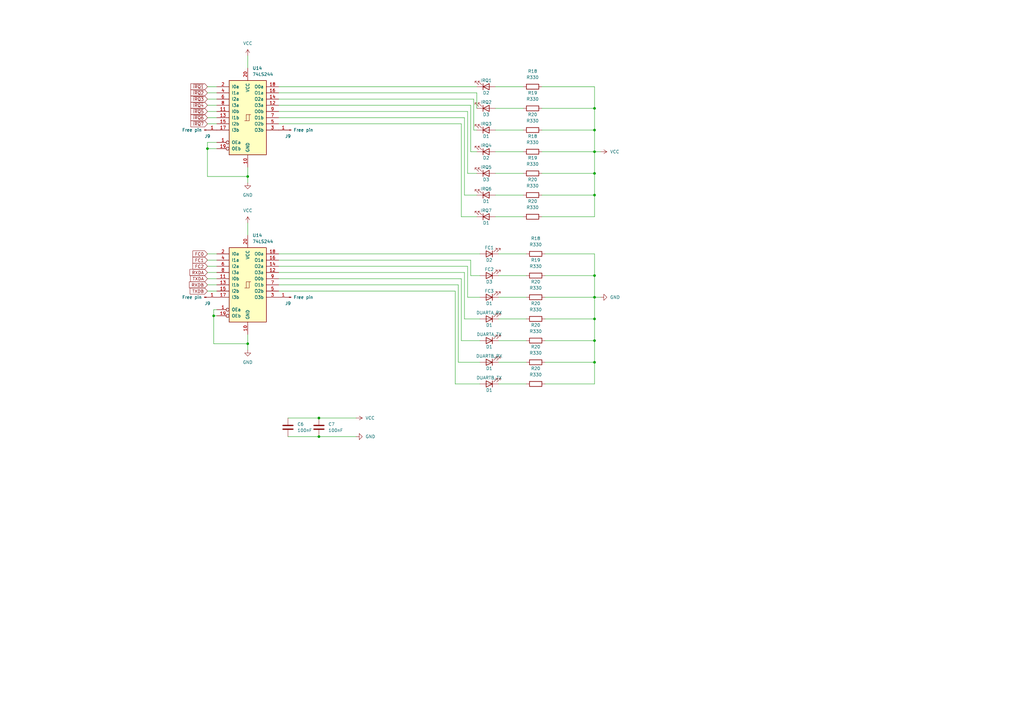
<source format=kicad_sch>
(kicad_sch (version 20230121) (generator eeschema)

  (uuid 2bdd0de3-f69f-4ace-9499-fbf926e9e905)

  (paper "A3")

  (title_block
    (title "Mats Brorson 68010 SBC LED indicators")
    (date "2023-12-28")
    (rev "1.0-alpha")
  )

  (lib_symbols
    (symbol "74xx:74LS244" (pin_names (offset 1.016)) (in_bom yes) (on_board yes)
      (property "Reference" "U" (at -7.62 16.51 0)
        (effects (font (size 1.27 1.27)))
      )
      (property "Value" "74LS244" (at -7.62 -16.51 0)
        (effects (font (size 1.27 1.27)))
      )
      (property "Footprint" "" (at 0 0 0)
        (effects (font (size 1.27 1.27)) hide)
      )
      (property "Datasheet" "http://www.ti.com/lit/ds/symlink/sn74ls244.pdf" (at 0 0 0)
        (effects (font (size 1.27 1.27)) hide)
      )
      (property "ki_keywords" "7400 logic ttl low power schottky" (at 0 0 0)
        (effects (font (size 1.27 1.27)) hide)
      )
      (property "ki_description" "Octal Buffer and Line Driver With 3-State Output, active-low enables, non-inverting outputs" (at 0 0 0)
        (effects (font (size 1.27 1.27)) hide)
      )
      (property "ki_fp_filters" "DIP?20*" (at 0 0 0)
        (effects (font (size 1.27 1.27)) hide)
      )
      (symbol "74LS244_1_0"
        (polyline
          (pts
            (xy -0.635 -1.27)
            (xy -0.635 1.27)
            (xy 0.635 1.27)
          )
          (stroke (width 0) (type default))
          (fill (type none))
        )
        (polyline
          (pts
            (xy -1.27 -1.27)
            (xy 0.635 -1.27)
            (xy 0.635 1.27)
            (xy 1.27 1.27)
          )
          (stroke (width 0) (type default))
          (fill (type none))
        )
        (pin input inverted (at -12.7 -10.16 0) (length 5.08)
          (name "OEa" (effects (font (size 1.27 1.27))))
          (number "1" (effects (font (size 1.27 1.27))))
        )
        (pin power_in line (at 0 -20.32 90) (length 5.08)
          (name "GND" (effects (font (size 1.27 1.27))))
          (number "10" (effects (font (size 1.27 1.27))))
        )
        (pin input line (at -12.7 2.54 0) (length 5.08)
          (name "I0b" (effects (font (size 1.27 1.27))))
          (number "11" (effects (font (size 1.27 1.27))))
        )
        (pin tri_state line (at 12.7 5.08 180) (length 5.08)
          (name "O3a" (effects (font (size 1.27 1.27))))
          (number "12" (effects (font (size 1.27 1.27))))
        )
        (pin input line (at -12.7 0 0) (length 5.08)
          (name "I1b" (effects (font (size 1.27 1.27))))
          (number "13" (effects (font (size 1.27 1.27))))
        )
        (pin tri_state line (at 12.7 7.62 180) (length 5.08)
          (name "O2a" (effects (font (size 1.27 1.27))))
          (number "14" (effects (font (size 1.27 1.27))))
        )
        (pin input line (at -12.7 -2.54 0) (length 5.08)
          (name "I2b" (effects (font (size 1.27 1.27))))
          (number "15" (effects (font (size 1.27 1.27))))
        )
        (pin tri_state line (at 12.7 10.16 180) (length 5.08)
          (name "O1a" (effects (font (size 1.27 1.27))))
          (number "16" (effects (font (size 1.27 1.27))))
        )
        (pin input line (at -12.7 -5.08 0) (length 5.08)
          (name "I3b" (effects (font (size 1.27 1.27))))
          (number "17" (effects (font (size 1.27 1.27))))
        )
        (pin tri_state line (at 12.7 12.7 180) (length 5.08)
          (name "O0a" (effects (font (size 1.27 1.27))))
          (number "18" (effects (font (size 1.27 1.27))))
        )
        (pin input inverted (at -12.7 -12.7 0) (length 5.08)
          (name "OEb" (effects (font (size 1.27 1.27))))
          (number "19" (effects (font (size 1.27 1.27))))
        )
        (pin input line (at -12.7 12.7 0) (length 5.08)
          (name "I0a" (effects (font (size 1.27 1.27))))
          (number "2" (effects (font (size 1.27 1.27))))
        )
        (pin power_in line (at 0 20.32 270) (length 5.08)
          (name "VCC" (effects (font (size 1.27 1.27))))
          (number "20" (effects (font (size 1.27 1.27))))
        )
        (pin tri_state line (at 12.7 -5.08 180) (length 5.08)
          (name "O3b" (effects (font (size 1.27 1.27))))
          (number "3" (effects (font (size 1.27 1.27))))
        )
        (pin input line (at -12.7 10.16 0) (length 5.08)
          (name "I1a" (effects (font (size 1.27 1.27))))
          (number "4" (effects (font (size 1.27 1.27))))
        )
        (pin tri_state line (at 12.7 -2.54 180) (length 5.08)
          (name "O2b" (effects (font (size 1.27 1.27))))
          (number "5" (effects (font (size 1.27 1.27))))
        )
        (pin input line (at -12.7 7.62 0) (length 5.08)
          (name "I2a" (effects (font (size 1.27 1.27))))
          (number "6" (effects (font (size 1.27 1.27))))
        )
        (pin tri_state line (at 12.7 0 180) (length 5.08)
          (name "O1b" (effects (font (size 1.27 1.27))))
          (number "7" (effects (font (size 1.27 1.27))))
        )
        (pin input line (at -12.7 5.08 0) (length 5.08)
          (name "I3a" (effects (font (size 1.27 1.27))))
          (number "8" (effects (font (size 1.27 1.27))))
        )
        (pin tri_state line (at 12.7 2.54 180) (length 5.08)
          (name "O0b" (effects (font (size 1.27 1.27))))
          (number "9" (effects (font (size 1.27 1.27))))
        )
      )
      (symbol "74LS244_1_1"
        (rectangle (start -7.62 15.24) (end 7.62 -15.24)
          (stroke (width 0.254) (type default))
          (fill (type background))
        )
      )
    )
    (symbol "Connector:Conn_01x01_Pin" (pin_names (offset 1.016) hide) (in_bom yes) (on_board yes)
      (property "Reference" "J" (at 0 2.54 0)
        (effects (font (size 1.27 1.27)))
      )
      (property "Value" "Conn_01x01_Pin" (at 0 -2.54 0)
        (effects (font (size 1.27 1.27)))
      )
      (property "Footprint" "" (at 0 0 0)
        (effects (font (size 1.27 1.27)) hide)
      )
      (property "Datasheet" "~" (at 0 0 0)
        (effects (font (size 1.27 1.27)) hide)
      )
      (property "ki_locked" "" (at 0 0 0)
        (effects (font (size 1.27 1.27)))
      )
      (property "ki_keywords" "connector" (at 0 0 0)
        (effects (font (size 1.27 1.27)) hide)
      )
      (property "ki_description" "Generic connector, single row, 01x01, script generated" (at 0 0 0)
        (effects (font (size 1.27 1.27)) hide)
      )
      (property "ki_fp_filters" "Connector*:*_1x??_*" (at 0 0 0)
        (effects (font (size 1.27 1.27)) hide)
      )
      (symbol "Conn_01x01_Pin_1_1"
        (polyline
          (pts
            (xy 1.27 0)
            (xy 0.8636 0)
          )
          (stroke (width 0.1524) (type default))
          (fill (type none))
        )
        (rectangle (start 0.8636 0.127) (end 0 -0.127)
          (stroke (width 0.1524) (type default))
          (fill (type outline))
        )
        (pin passive line (at 5.08 0 180) (length 3.81)
          (name "Pin_1" (effects (font (size 1.27 1.27))))
          (number "1" (effects (font (size 1.27 1.27))))
        )
      )
    )
    (symbol "Device:C" (pin_numbers hide) (pin_names (offset 0.254)) (in_bom yes) (on_board yes)
      (property "Reference" "C" (at 0.635 2.54 0)
        (effects (font (size 1.27 1.27)) (justify left))
      )
      (property "Value" "C" (at 0.635 -2.54 0)
        (effects (font (size 1.27 1.27)) (justify left))
      )
      (property "Footprint" "" (at 0.9652 -3.81 0)
        (effects (font (size 1.27 1.27)) hide)
      )
      (property "Datasheet" "~" (at 0 0 0)
        (effects (font (size 1.27 1.27)) hide)
      )
      (property "ki_keywords" "cap capacitor" (at 0 0 0)
        (effects (font (size 1.27 1.27)) hide)
      )
      (property "ki_description" "Unpolarized capacitor" (at 0 0 0)
        (effects (font (size 1.27 1.27)) hide)
      )
      (property "ki_fp_filters" "C_*" (at 0 0 0)
        (effects (font (size 1.27 1.27)) hide)
      )
      (symbol "C_0_1"
        (polyline
          (pts
            (xy -2.032 -0.762)
            (xy 2.032 -0.762)
          )
          (stroke (width 0.508) (type default))
          (fill (type none))
        )
        (polyline
          (pts
            (xy -2.032 0.762)
            (xy 2.032 0.762)
          )
          (stroke (width 0.508) (type default))
          (fill (type none))
        )
      )
      (symbol "C_1_1"
        (pin passive line (at 0 3.81 270) (length 2.794)
          (name "~" (effects (font (size 1.27 1.27))))
          (number "1" (effects (font (size 1.27 1.27))))
        )
        (pin passive line (at 0 -3.81 90) (length 2.794)
          (name "~" (effects (font (size 1.27 1.27))))
          (number "2" (effects (font (size 1.27 1.27))))
        )
      )
    )
    (symbol "Device:LED" (pin_numbers hide) (pin_names (offset 1.016) hide) (in_bom yes) (on_board yes)
      (property "Reference" "D" (at 0 2.54 0)
        (effects (font (size 1.27 1.27)))
      )
      (property "Value" "LED" (at 0 -2.54 0)
        (effects (font (size 1.27 1.27)))
      )
      (property "Footprint" "" (at 0 0 0)
        (effects (font (size 1.27 1.27)) hide)
      )
      (property "Datasheet" "~" (at 0 0 0)
        (effects (font (size 1.27 1.27)) hide)
      )
      (property "ki_keywords" "LED diode" (at 0 0 0)
        (effects (font (size 1.27 1.27)) hide)
      )
      (property "ki_description" "Light emitting diode" (at 0 0 0)
        (effects (font (size 1.27 1.27)) hide)
      )
      (property "ki_fp_filters" "LED* LED_SMD:* LED_THT:*" (at 0 0 0)
        (effects (font (size 1.27 1.27)) hide)
      )
      (symbol "LED_0_1"
        (polyline
          (pts
            (xy -1.27 -1.27)
            (xy -1.27 1.27)
          )
          (stroke (width 0.254) (type default))
          (fill (type none))
        )
        (polyline
          (pts
            (xy -1.27 0)
            (xy 1.27 0)
          )
          (stroke (width 0) (type default))
          (fill (type none))
        )
        (polyline
          (pts
            (xy 1.27 -1.27)
            (xy 1.27 1.27)
            (xy -1.27 0)
            (xy 1.27 -1.27)
          )
          (stroke (width 0.254) (type default))
          (fill (type none))
        )
        (polyline
          (pts
            (xy -3.048 -0.762)
            (xy -4.572 -2.286)
            (xy -3.81 -2.286)
            (xy -4.572 -2.286)
            (xy -4.572 -1.524)
          )
          (stroke (width 0) (type default))
          (fill (type none))
        )
        (polyline
          (pts
            (xy -1.778 -0.762)
            (xy -3.302 -2.286)
            (xy -2.54 -2.286)
            (xy -3.302 -2.286)
            (xy -3.302 -1.524)
          )
          (stroke (width 0) (type default))
          (fill (type none))
        )
      )
      (symbol "LED_1_1"
        (pin passive line (at -3.81 0 0) (length 2.54)
          (name "K" (effects (font (size 1.27 1.27))))
          (number "1" (effects (font (size 1.27 1.27))))
        )
        (pin passive line (at 3.81 0 180) (length 2.54)
          (name "A" (effects (font (size 1.27 1.27))))
          (number "2" (effects (font (size 1.27 1.27))))
        )
      )
    )
    (symbol "Device:R" (pin_numbers hide) (pin_names (offset 0)) (in_bom yes) (on_board yes)
      (property "Reference" "R" (at 2.032 0 90)
        (effects (font (size 1.27 1.27)))
      )
      (property "Value" "R" (at 0 0 90)
        (effects (font (size 1.27 1.27)))
      )
      (property "Footprint" "" (at -1.778 0 90)
        (effects (font (size 1.27 1.27)) hide)
      )
      (property "Datasheet" "~" (at 0 0 0)
        (effects (font (size 1.27 1.27)) hide)
      )
      (property "ki_keywords" "R res resistor" (at 0 0 0)
        (effects (font (size 1.27 1.27)) hide)
      )
      (property "ki_description" "Resistor" (at 0 0 0)
        (effects (font (size 1.27 1.27)) hide)
      )
      (property "ki_fp_filters" "R_*" (at 0 0 0)
        (effects (font (size 1.27 1.27)) hide)
      )
      (symbol "R_0_1"
        (rectangle (start -1.016 -2.54) (end 1.016 2.54)
          (stroke (width 0.254) (type default))
          (fill (type none))
        )
      )
      (symbol "R_1_1"
        (pin passive line (at 0 3.81 270) (length 1.27)
          (name "~" (effects (font (size 1.27 1.27))))
          (number "1" (effects (font (size 1.27 1.27))))
        )
        (pin passive line (at 0 -3.81 90) (length 1.27)
          (name "~" (effects (font (size 1.27 1.27))))
          (number "2" (effects (font (size 1.27 1.27))))
        )
      )
    )
    (symbol "power:GND" (power) (pin_names (offset 0)) (in_bom yes) (on_board yes)
      (property "Reference" "#PWR" (at 0 -6.35 0)
        (effects (font (size 1.27 1.27)) hide)
      )
      (property "Value" "GND" (at 0 -3.81 0)
        (effects (font (size 1.27 1.27)))
      )
      (property "Footprint" "" (at 0 0 0)
        (effects (font (size 1.27 1.27)) hide)
      )
      (property "Datasheet" "" (at 0 0 0)
        (effects (font (size 1.27 1.27)) hide)
      )
      (property "ki_keywords" "global power" (at 0 0 0)
        (effects (font (size 1.27 1.27)) hide)
      )
      (property "ki_description" "Power symbol creates a global label with name \"GND\" , ground" (at 0 0 0)
        (effects (font (size 1.27 1.27)) hide)
      )
      (symbol "GND_0_1"
        (polyline
          (pts
            (xy 0 0)
            (xy 0 -1.27)
            (xy 1.27 -1.27)
            (xy 0 -2.54)
            (xy -1.27 -1.27)
            (xy 0 -1.27)
          )
          (stroke (width 0) (type default))
          (fill (type none))
        )
      )
      (symbol "GND_1_1"
        (pin power_in line (at 0 0 270) (length 0) hide
          (name "GND" (effects (font (size 1.27 1.27))))
          (number "1" (effects (font (size 1.27 1.27))))
        )
      )
    )
    (symbol "power:VCC" (power) (pin_names (offset 0)) (in_bom yes) (on_board yes)
      (property "Reference" "#PWR" (at 0 -3.81 0)
        (effects (font (size 1.27 1.27)) hide)
      )
      (property "Value" "VCC" (at 0 3.81 0)
        (effects (font (size 1.27 1.27)))
      )
      (property "Footprint" "" (at 0 0 0)
        (effects (font (size 1.27 1.27)) hide)
      )
      (property "Datasheet" "" (at 0 0 0)
        (effects (font (size 1.27 1.27)) hide)
      )
      (property "ki_keywords" "global power" (at 0 0 0)
        (effects (font (size 1.27 1.27)) hide)
      )
      (property "ki_description" "Power symbol creates a global label with name \"VCC\"" (at 0 0 0)
        (effects (font (size 1.27 1.27)) hide)
      )
      (symbol "VCC_0_1"
        (polyline
          (pts
            (xy -0.762 1.27)
            (xy 0 2.54)
          )
          (stroke (width 0) (type default))
          (fill (type none))
        )
        (polyline
          (pts
            (xy 0 0)
            (xy 0 2.54)
          )
          (stroke (width 0) (type default))
          (fill (type none))
        )
        (polyline
          (pts
            (xy 0 2.54)
            (xy 0.762 1.27)
          )
          (stroke (width 0) (type default))
          (fill (type none))
        )
      )
      (symbol "VCC_1_1"
        (pin power_in line (at 0 0 90) (length 0) hide
          (name "VCC" (effects (font (size 1.27 1.27))))
          (number "1" (effects (font (size 1.27 1.27))))
        )
      )
    )
  )

  (junction (at 101.6 72.39) (diameter 0) (color 0 0 0 0)
    (uuid 27b6b0c1-8ab7-4c32-ab94-c7218215f5ba)
  )
  (junction (at 243.84 148.59) (diameter 0) (color 0 0 0 0)
    (uuid 3f143256-63bb-443e-a3ee-12fe4722fd27)
  )
  (junction (at 243.84 53.34) (diameter 0) (color 0 0 0 0)
    (uuid 4205c14e-27ee-4cfc-991d-c5a326cc5d8c)
  )
  (junction (at 243.84 121.92) (diameter 0) (color 0 0 0 0)
    (uuid 426cbe91-34e3-4442-960b-27ad57a42b5a)
  )
  (junction (at 87.63 129.54) (diameter 0) (color 0 0 0 0)
    (uuid 66b30499-abf1-4aa2-8912-654026e7dcc8)
  )
  (junction (at 101.6 140.97) (diameter 0) (color 0 0 0 0)
    (uuid 672a8137-fa9c-4a1f-9ca8-6825d02f71fe)
  )
  (junction (at 243.84 62.23) (diameter 0) (color 0 0 0 0)
    (uuid 74469fef-4224-4012-a615-bc2ed8241e79)
  )
  (junction (at 243.84 130.81) (diameter 0) (color 0 0 0 0)
    (uuid 7d52efd7-d364-4a7d-bba7-df329b539442)
  )
  (junction (at 243.84 139.7) (diameter 0) (color 0 0 0 0)
    (uuid 9b07f627-8b41-468c-8cd6-f521e98dcd2b)
  )
  (junction (at 243.84 71.12) (diameter 0) (color 0 0 0 0)
    (uuid 9ea796ed-ed1d-4fa1-a96f-95cbeeeb2230)
  )
  (junction (at 130.81 179.07) (diameter 0) (color 0 0 0 0)
    (uuid a46cdf8d-89d3-4e9a-97aa-66c67b6c0ef0)
  )
  (junction (at 243.84 44.45) (diameter 0) (color 0 0 0 0)
    (uuid b81ad309-98f2-4cfd-a09a-2c343984a0f0)
  )
  (junction (at 243.84 80.01) (diameter 0) (color 0 0 0 0)
    (uuid be1f58bd-97ea-4d56-966e-bc626231bde1)
  )
  (junction (at 130.81 171.45) (diameter 0) (color 0 0 0 0)
    (uuid c13a223b-74f5-4834-9c78-532af128daa5)
  )
  (junction (at 85.09 60.96) (diameter 0) (color 0 0 0 0)
    (uuid eaa64bcb-a135-4c7b-b7dd-28197c6c1ac4)
  )
  (junction (at 243.84 113.03) (diameter 0) (color 0 0 0 0)
    (uuid f3bb4216-ba92-4d32-b3ae-27ceefbf4022)
  )

  (wire (pts (xy 222.25 35.56) (xy 243.84 35.56))
    (stroke (width 0) (type default))
    (uuid 00d9b941-59bb-43ba-a405-13df7806f492)
  )
  (wire (pts (xy 187.96 148.59) (xy 187.96 116.84))
    (stroke (width 0) (type default))
    (uuid 0251755e-b12d-459f-b819-d739480420fd)
  )
  (wire (pts (xy 223.52 121.92) (xy 243.84 121.92))
    (stroke (width 0) (type default))
    (uuid 035059b7-cb95-4c61-8ec0-f9e000480966)
  )
  (wire (pts (xy 193.04 43.18) (xy 193.04 62.23))
    (stroke (width 0) (type default))
    (uuid 089df832-3dbd-4796-beb0-be23fa30374b)
  )
  (wire (pts (xy 243.84 148.59) (xy 243.84 157.48))
    (stroke (width 0) (type default))
    (uuid 0945e7cc-9e11-481d-a59b-2e27d39b8249)
  )
  (wire (pts (xy 189.23 139.7) (xy 189.23 114.3))
    (stroke (width 0) (type default))
    (uuid 096429f7-1f87-4061-9f91-5367a8f261b9)
  )
  (wire (pts (xy 88.9 127) (xy 87.63 127))
    (stroke (width 0) (type default))
    (uuid 0bf60de1-5a15-4825-b936-a2fe141ab64f)
  )
  (wire (pts (xy 203.2 62.23) (xy 214.63 62.23))
    (stroke (width 0) (type default))
    (uuid 0c1f3ef7-b3df-4a4f-ae38-64ea7bbdd784)
  )
  (wire (pts (xy 101.6 137.16) (xy 101.6 140.97))
    (stroke (width 0) (type default))
    (uuid 12604abd-62dd-4505-ac4e-4c562c45bda4)
  )
  (wire (pts (xy 190.5 130.81) (xy 196.85 130.81))
    (stroke (width 0) (type default))
    (uuid 1263ebb6-650f-496e-97e5-4543bd430ea1)
  )
  (wire (pts (xy 187.96 148.59) (xy 196.85 148.59))
    (stroke (width 0) (type default))
    (uuid 128cedcd-af7f-4c0f-bd84-a9e17c1c80ef)
  )
  (wire (pts (xy 203.2 88.9) (xy 214.63 88.9))
    (stroke (width 0) (type default))
    (uuid 144340f2-2b06-4cef-b613-203bea65d23a)
  )
  (wire (pts (xy 101.6 91.44) (xy 101.6 96.52))
    (stroke (width 0) (type default))
    (uuid 14607030-68d1-4783-ad35-9d06ab7b8a03)
  )
  (wire (pts (xy 88.9 60.96) (xy 85.09 60.96))
    (stroke (width 0) (type default))
    (uuid 14e285aa-3d67-4883-845f-c7b6cc0e766f)
  )
  (wire (pts (xy 187.96 116.84) (xy 114.3 116.84))
    (stroke (width 0) (type default))
    (uuid 16c74352-4efd-4dfb-a453-e488b57a59d2)
  )
  (wire (pts (xy 85.09 116.84) (xy 88.9 116.84))
    (stroke (width 0) (type default))
    (uuid 193e6225-eb74-464f-856f-c88027230838)
  )
  (wire (pts (xy 85.09 50.8) (xy 88.9 50.8))
    (stroke (width 0) (type default))
    (uuid 1f000ca4-bcfa-4465-b31e-efdad7759fcd)
  )
  (wire (pts (xy 85.09 114.3) (xy 88.9 114.3))
    (stroke (width 0) (type default))
    (uuid 2058191c-b949-4869-9459-a61ad1facfe9)
  )
  (wire (pts (xy 203.2 44.45) (xy 214.63 44.45))
    (stroke (width 0) (type default))
    (uuid 254fd59a-38fa-4854-be9f-666f90b608c1)
  )
  (wire (pts (xy 114.3 40.64) (xy 194.31 40.64))
    (stroke (width 0) (type default))
    (uuid 2c52ad23-9c7c-4c75-84ae-c6abd29e60f1)
  )
  (wire (pts (xy 204.47 157.48) (xy 215.9 157.48))
    (stroke (width 0) (type default))
    (uuid 327f64eb-7e03-451b-b0ff-55043b00504b)
  )
  (wire (pts (xy 101.6 68.58) (xy 101.6 72.39))
    (stroke (width 0) (type default))
    (uuid 36e89af4-1540-417b-9de8-06077cd21d7b)
  )
  (wire (pts (xy 85.09 48.26) (xy 88.9 48.26))
    (stroke (width 0) (type default))
    (uuid 3cffd68e-1b72-4b5f-894f-b76b86d4a305)
  )
  (wire (pts (xy 203.2 35.56) (xy 214.63 35.56))
    (stroke (width 0) (type default))
    (uuid 4488fe7a-f971-4348-ac99-006445a656f8)
  )
  (wire (pts (xy 193.04 106.68) (xy 193.04 113.03))
    (stroke (width 0) (type default))
    (uuid 45eb91a2-9a5e-48c3-9db3-73d2a72cd5f2)
  )
  (wire (pts (xy 114.3 104.14) (xy 196.85 104.14))
    (stroke (width 0) (type default))
    (uuid 496fb12d-8c96-40b7-8957-f9e31109e9a7)
  )
  (wire (pts (xy 114.3 48.26) (xy 190.5 48.26))
    (stroke (width 0) (type default))
    (uuid 4c81f210-0912-4c28-9c2b-9276423743a9)
  )
  (wire (pts (xy 190.5 48.26) (xy 190.5 80.01))
    (stroke (width 0) (type default))
    (uuid 4dc37acf-e46d-4f20-bf87-1022a42ed21c)
  )
  (wire (pts (xy 130.81 179.07) (xy 146.05 179.07))
    (stroke (width 0) (type default))
    (uuid 4e0a2d5e-d91e-4e68-b52b-848fcfda56b2)
  )
  (wire (pts (xy 204.47 121.92) (xy 215.9 121.92))
    (stroke (width 0) (type default))
    (uuid 50d7907c-3e82-4831-8521-febbd063cb60)
  )
  (wire (pts (xy 186.69 119.38) (xy 186.69 157.48))
    (stroke (width 0) (type default))
    (uuid 531ebe2e-58bd-4f93-911d-e434b0783851)
  )
  (wire (pts (xy 114.3 35.56) (xy 195.58 35.56))
    (stroke (width 0) (type default))
    (uuid 542072d1-be9c-49ad-a00b-b56543f20956)
  )
  (wire (pts (xy 186.69 157.48) (xy 196.85 157.48))
    (stroke (width 0) (type default))
    (uuid 5568ab1b-b0a9-41b5-be08-e9c4ff5ca2e5)
  )
  (wire (pts (xy 87.63 127) (xy 87.63 129.54))
    (stroke (width 0) (type default))
    (uuid 590266de-aed2-4f35-be77-cd5a4cd2417b)
  )
  (wire (pts (xy 222.25 80.01) (xy 243.84 80.01))
    (stroke (width 0) (type default))
    (uuid 59d8a5a8-672f-4894-89b7-d5cdc5db08f0)
  )
  (wire (pts (xy 114.3 43.18) (xy 193.04 43.18))
    (stroke (width 0) (type default))
    (uuid 5ae3ad1f-56fb-408d-83cd-932e3878e114)
  )
  (wire (pts (xy 193.04 62.23) (xy 195.58 62.23))
    (stroke (width 0) (type default))
    (uuid 5b3c735b-0c0d-460b-85cf-159520d0b2e0)
  )
  (wire (pts (xy 85.09 106.68) (xy 88.9 106.68))
    (stroke (width 0) (type default))
    (uuid 5e662330-20d9-4605-a084-80bcedcb14bb)
  )
  (wire (pts (xy 203.2 53.34) (xy 214.63 53.34))
    (stroke (width 0) (type default))
    (uuid 6012e4ca-3934-430b-8064-1cfb40b6c67f)
  )
  (wire (pts (xy 130.81 171.45) (xy 146.05 171.45))
    (stroke (width 0) (type default))
    (uuid 64a1378e-1b59-4b97-8e2e-ac9767b1c1e1)
  )
  (wire (pts (xy 243.84 121.92) (xy 243.84 130.81))
    (stroke (width 0) (type default))
    (uuid 67a7e2ef-4d0a-406c-9461-cecb6db7eec7)
  )
  (wire (pts (xy 85.09 104.14) (xy 88.9 104.14))
    (stroke (width 0) (type default))
    (uuid 687974f6-ea11-45cd-8d28-8c0a6cb8feab)
  )
  (wire (pts (xy 101.6 72.39) (xy 101.6 74.93))
    (stroke (width 0) (type default))
    (uuid 6b507ae1-d397-42e0-acc8-c1ba8ffd726a)
  )
  (wire (pts (xy 243.84 130.81) (xy 243.84 139.7))
    (stroke (width 0) (type default))
    (uuid 6e044f88-aa88-4fcd-b4f8-3126edbdc1cc)
  )
  (wire (pts (xy 243.84 71.12) (xy 243.84 62.23))
    (stroke (width 0) (type default))
    (uuid 6eed3709-ee66-497a-a2a6-c39a0fe9c32b)
  )
  (wire (pts (xy 114.3 109.22) (xy 191.77 109.22))
    (stroke (width 0) (type default))
    (uuid 6f38f2c0-b518-4bc2-9e64-f95f934962e1)
  )
  (wire (pts (xy 85.09 40.64) (xy 88.9 40.64))
    (stroke (width 0) (type default))
    (uuid 78bf8ad6-085b-4467-90cb-2003f480daee)
  )
  (wire (pts (xy 194.31 40.64) (xy 194.31 53.34))
    (stroke (width 0) (type default))
    (uuid 7aa0cd66-8991-47c9-bc04-99222c216333)
  )
  (wire (pts (xy 191.77 71.12) (xy 195.58 71.12))
    (stroke (width 0) (type default))
    (uuid 7d342c59-3659-4b55-9125-c39bc6b3ed32)
  )
  (wire (pts (xy 114.3 45.72) (xy 191.77 45.72))
    (stroke (width 0) (type default))
    (uuid 7e92da69-de57-47ee-a979-1b13ae1f8611)
  )
  (wire (pts (xy 114.3 50.8) (xy 189.23 50.8))
    (stroke (width 0) (type default))
    (uuid 7ea121fc-ec87-452f-8bd0-2f7f7f9ef58f)
  )
  (wire (pts (xy 243.84 80.01) (xy 243.84 71.12))
    (stroke (width 0) (type default))
    (uuid 824f0ca2-2cbc-4b0f-950f-ab5636793c0b)
  )
  (wire (pts (xy 190.5 80.01) (xy 195.58 80.01))
    (stroke (width 0) (type default))
    (uuid 84005374-195a-4bf0-aef1-b72b7c7d8172)
  )
  (wire (pts (xy 203.2 71.12) (xy 214.63 71.12))
    (stroke (width 0) (type default))
    (uuid 860df7dd-23a1-488c-94d4-04225ecd06fe)
  )
  (wire (pts (xy 223.52 130.81) (xy 243.84 130.81))
    (stroke (width 0) (type default))
    (uuid 862fd314-92d6-408a-812d-8055805a243d)
  )
  (wire (pts (xy 243.84 53.34) (xy 243.84 62.23))
    (stroke (width 0) (type default))
    (uuid 867abd30-c4f0-4855-8371-ce988a5b4885)
  )
  (wire (pts (xy 189.23 50.8) (xy 189.23 88.9))
    (stroke (width 0) (type default))
    (uuid 86b5eadf-96eb-4e25-8eb6-af65cdb213a8)
  )
  (wire (pts (xy 85.09 38.1) (xy 88.9 38.1))
    (stroke (width 0) (type default))
    (uuid 870c2951-7a7f-4e40-bb22-4be6e7f09b38)
  )
  (wire (pts (xy 191.77 45.72) (xy 191.77 71.12))
    (stroke (width 0) (type default))
    (uuid 8c47f5d9-c72d-4cb0-8a74-791ca20441ca)
  )
  (wire (pts (xy 243.84 121.92) (xy 246.38 121.92))
    (stroke (width 0) (type default))
    (uuid 8d1a80e0-3692-4f41-bf4e-c0e3b0eebad2)
  )
  (wire (pts (xy 222.25 53.34) (xy 243.84 53.34))
    (stroke (width 0) (type default))
    (uuid 8e8799c2-5575-494e-8bc1-25b5009d38f5)
  )
  (wire (pts (xy 223.52 148.59) (xy 243.84 148.59))
    (stroke (width 0) (type default))
    (uuid 8eab7a6b-7703-4637-b4e2-c8c01c627e10)
  )
  (wire (pts (xy 191.77 121.92) (xy 196.85 121.92))
    (stroke (width 0) (type default))
    (uuid 8f03d25c-5ece-4e76-9a2e-499cdb013ae7)
  )
  (wire (pts (xy 189.23 114.3) (xy 114.3 114.3))
    (stroke (width 0) (type default))
    (uuid 91a9bde5-4e9b-4b64-ad1a-2bfe8c5cd21d)
  )
  (wire (pts (xy 246.38 62.23) (xy 243.84 62.23))
    (stroke (width 0) (type default))
    (uuid 92e6f745-bf58-40f7-af8d-1aff16c11083)
  )
  (wire (pts (xy 194.31 53.34) (xy 195.58 53.34))
    (stroke (width 0) (type default))
    (uuid 949430cc-b21d-4851-ae9d-48db80035b4a)
  )
  (wire (pts (xy 85.09 111.76) (xy 88.9 111.76))
    (stroke (width 0) (type default))
    (uuid 94cb75d6-d8a7-4888-bba4-68f78dbe66fe)
  )
  (wire (pts (xy 85.09 45.72) (xy 88.9 45.72))
    (stroke (width 0) (type default))
    (uuid 95b6d862-af0c-44b0-8363-c32a13c6b7aa)
  )
  (wire (pts (xy 87.63 140.97) (xy 101.6 140.97))
    (stroke (width 0) (type default))
    (uuid 9e678fe6-5f84-40b8-af31-723196c7cdcd)
  )
  (wire (pts (xy 114.3 119.38) (xy 186.69 119.38))
    (stroke (width 0) (type default))
    (uuid 9f1e4403-8712-4ee2-94e4-f9270242ead6)
  )
  (wire (pts (xy 118.11 171.45) (xy 130.81 171.45))
    (stroke (width 0) (type default))
    (uuid a23af05a-ca4d-4f27-95ee-e59a781ff78d)
  )
  (wire (pts (xy 243.84 104.14) (xy 243.84 113.03))
    (stroke (width 0) (type default))
    (uuid a300b2d7-c255-4f1b-ae53-a7f9368a09ae)
  )
  (wire (pts (xy 204.47 104.14) (xy 215.9 104.14))
    (stroke (width 0) (type default))
    (uuid a4a59780-4384-47b2-beca-b1a62bf37acd)
  )
  (wire (pts (xy 243.84 139.7) (xy 243.84 148.59))
    (stroke (width 0) (type default))
    (uuid a95f46f1-b87e-407d-89e2-6ad3ca2c901a)
  )
  (wire (pts (xy 191.77 109.22) (xy 191.77 121.92))
    (stroke (width 0) (type default))
    (uuid ab02f234-a6a0-44d5-b6ef-64c82ae3dddd)
  )
  (wire (pts (xy 243.84 35.56) (xy 243.84 44.45))
    (stroke (width 0) (type default))
    (uuid ad9072dd-9979-4629-80fb-2a369bf68747)
  )
  (wire (pts (xy 204.47 148.59) (xy 215.9 148.59))
    (stroke (width 0) (type default))
    (uuid af0b17f9-8123-4891-b66d-d44bc15bc61f)
  )
  (wire (pts (xy 118.11 179.07) (xy 130.81 179.07))
    (stroke (width 0) (type default))
    (uuid af1914df-0f83-433d-9ad8-d4a88fdaf26c)
  )
  (wire (pts (xy 204.47 139.7) (xy 215.9 139.7))
    (stroke (width 0) (type default))
    (uuid b1456c2a-ccbb-43d9-b07c-8297affd92d0)
  )
  (wire (pts (xy 114.3 106.68) (xy 193.04 106.68))
    (stroke (width 0) (type default))
    (uuid b42c4dd6-c7fc-411a-820b-94c554d07276)
  )
  (wire (pts (xy 243.84 44.45) (xy 243.84 53.34))
    (stroke (width 0) (type default))
    (uuid b4dcf7b3-ed10-413d-b4d7-b229a78cb914)
  )
  (wire (pts (xy 222.25 71.12) (xy 243.84 71.12))
    (stroke (width 0) (type default))
    (uuid b62c78ab-cf62-4a46-8d74-db65a39e90aa)
  )
  (wire (pts (xy 85.09 119.38) (xy 88.9 119.38))
    (stroke (width 0) (type default))
    (uuid ba9e4bb9-65c3-48df-9e26-527474435a08)
  )
  (wire (pts (xy 85.09 72.39) (xy 101.6 72.39))
    (stroke (width 0) (type default))
    (uuid bb3041ba-1170-44e7-a843-128f873de9f5)
  )
  (wire (pts (xy 223.52 113.03) (xy 243.84 113.03))
    (stroke (width 0) (type default))
    (uuid bd83c5d1-317f-4b63-821f-402336bff318)
  )
  (wire (pts (xy 85.09 109.22) (xy 88.9 109.22))
    (stroke (width 0) (type default))
    (uuid bdb30dc9-15d6-439d-ad7c-760adbed5554)
  )
  (wire (pts (xy 204.47 130.81) (xy 215.9 130.81))
    (stroke (width 0) (type default))
    (uuid c1036843-28ad-41da-ad82-ef76a89efb92)
  )
  (wire (pts (xy 101.6 140.97) (xy 101.6 143.51))
    (stroke (width 0) (type default))
    (uuid c5537c97-a736-43bd-8c9c-8c7beac4e3c6)
  )
  (wire (pts (xy 193.04 113.03) (xy 196.85 113.03))
    (stroke (width 0) (type default))
    (uuid c58a5338-6ab0-4f84-90bf-0b92e768569b)
  )
  (wire (pts (xy 223.52 104.14) (xy 243.84 104.14))
    (stroke (width 0) (type default))
    (uuid ca8d1ceb-7ca4-40d9-9aa1-456a72093f85)
  )
  (wire (pts (xy 85.09 43.18) (xy 88.9 43.18))
    (stroke (width 0) (type default))
    (uuid cee9af7f-e804-4fe0-bcca-38661be43826)
  )
  (wire (pts (xy 189.23 88.9) (xy 195.58 88.9))
    (stroke (width 0) (type default))
    (uuid cef1ac2b-9b1b-4048-bc6f-6b94ac9e6d17)
  )
  (wire (pts (xy 88.9 129.54) (xy 87.63 129.54))
    (stroke (width 0) (type default))
    (uuid cf959382-7c3f-4ff9-a3cf-fb2c586e10eb)
  )
  (wire (pts (xy 114.3 38.1) (xy 195.58 38.1))
    (stroke (width 0) (type default))
    (uuid d46cfc9f-1ae6-4502-a691-ddcb9ad931d0)
  )
  (wire (pts (xy 189.23 139.7) (xy 196.85 139.7))
    (stroke (width 0) (type default))
    (uuid d6082bde-6801-4146-ab3c-e15601633356)
  )
  (wire (pts (xy 85.09 60.96) (xy 85.09 72.39))
    (stroke (width 0) (type default))
    (uuid d786b673-1ffd-4868-9a47-7cde68a73b87)
  )
  (wire (pts (xy 88.9 58.42) (xy 85.09 58.42))
    (stroke (width 0) (type default))
    (uuid d9d6d9ee-e7bc-4276-ae8a-b666c7dfeb4a)
  )
  (wire (pts (xy 101.6 22.86) (xy 101.6 27.94))
    (stroke (width 0) (type default))
    (uuid e0bb9661-dfc2-4061-acb2-55a0d9e57686)
  )
  (wire (pts (xy 85.09 35.56) (xy 88.9 35.56))
    (stroke (width 0) (type default))
    (uuid e1e20942-3397-4e83-877a-292a7b7f55bb)
  )
  (wire (pts (xy 190.5 130.81) (xy 190.5 111.76))
    (stroke (width 0) (type default))
    (uuid e87aa3b5-87c0-4d26-9591-f8a38627b7be)
  )
  (wire (pts (xy 195.58 38.1) (xy 195.58 44.45))
    (stroke (width 0) (type default))
    (uuid e96c3e99-fa86-4171-929a-57b35837412c)
  )
  (wire (pts (xy 222.25 62.23) (xy 243.84 62.23))
    (stroke (width 0) (type default))
    (uuid e9932305-f79d-46cd-88b7-522a8ccf8d0e)
  )
  (wire (pts (xy 222.25 88.9) (xy 243.84 88.9))
    (stroke (width 0) (type default))
    (uuid ee41985f-e4a2-417d-bd6b-8eb77ca0d474)
  )
  (wire (pts (xy 243.84 121.92) (xy 243.84 113.03))
    (stroke (width 0) (type default))
    (uuid ee4e02db-ce09-4bdf-99c3-37bc1a07e90c)
  )
  (wire (pts (xy 87.63 129.54) (xy 87.63 140.97))
    (stroke (width 0) (type default))
    (uuid f1659725-2ad4-447b-a15c-25c2540c2919)
  )
  (wire (pts (xy 204.47 113.03) (xy 215.9 113.03))
    (stroke (width 0) (type default))
    (uuid f4aa5a73-2eb9-482c-8e2f-9bac76834c42)
  )
  (wire (pts (xy 243.84 88.9) (xy 243.84 80.01))
    (stroke (width 0) (type default))
    (uuid f4f78a6e-122e-414d-b818-fa8dafbb989d)
  )
  (wire (pts (xy 190.5 111.76) (xy 114.3 111.76))
    (stroke (width 0) (type default))
    (uuid f5e641f9-089c-45cb-91db-75af46122f86)
  )
  (wire (pts (xy 85.09 58.42) (xy 85.09 60.96))
    (stroke (width 0) (type default))
    (uuid f70acd21-5ed1-4328-938f-8f5afe0a4efd)
  )
  (wire (pts (xy 223.52 139.7) (xy 243.84 139.7))
    (stroke (width 0) (type default))
    (uuid f74df955-728f-4b00-99d4-e231bae2b988)
  )
  (wire (pts (xy 222.25 44.45) (xy 243.84 44.45))
    (stroke (width 0) (type default))
    (uuid f984225f-b50d-40b5-8955-74e46280fbab)
  )
  (wire (pts (xy 223.52 157.48) (xy 243.84 157.48))
    (stroke (width 0) (type default))
    (uuid fc9b1a03-73e5-48d8-9d7b-6c1c2d08ecfb)
  )
  (wire (pts (xy 203.2 80.01) (xy 214.63 80.01))
    (stroke (width 0) (type default))
    (uuid fca5d5a2-9f37-46bb-af2d-84c5c5ebe43c)
  )

  (global_label "RXDB" (shape input) (at 85.09 116.84 180) (fields_autoplaced)
    (effects (font (size 1.27 1.27)) (justify right))
    (uuid 21876e09-3bcd-4f52-a4bd-5a6afc4f11a0)
    (property "Intersheetrefs" "${INTERSHEET_REFS}" (at 77.1647 116.84 0)
      (effects (font (size 1.27 1.27)) (justify right) hide)
    )
  )
  (global_label "RXDA" (shape input) (at 85.09 111.76 180) (fields_autoplaced)
    (effects (font (size 1.27 1.27)) (justify right))
    (uuid 2ec4566e-af2a-4973-ae90-ec4f486b4cfd)
    (property "Intersheetrefs" "${INTERSHEET_REFS}" (at 77.8388 111.6806 0)
      (effects (font (size 1.27 1.27)) (justify right) hide)
    )
  )
  (global_label "FC0" (shape input) (at 85.09 104.14 180) (fields_autoplaced)
    (effects (font (size 1.27 1.27)) (justify right))
    (uuid 334f1125-0bcc-40cb-a699-013f941d36a1)
    (property "Intersheetrefs" "${INTERSHEET_REFS}" (at 78.6161 104.14 0)
      (effects (font (size 1.27 1.27)) (justify right) hide)
    )
  )
  (global_label "~{IRQ5}" (shape input) (at 85.09 45.72 180) (fields_autoplaced)
    (effects (font (size 1.27 1.27)) (justify right))
    (uuid 4a7683e0-24c0-43c3-a90b-f2d1bb4c1b07)
    (property "Intersheetrefs" "${INTERSHEET_REFS}" (at 77.7694 45.72 0)
      (effects (font (size 1.27 1.27)) (justify right) hide)
    )
  )
  (global_label "FC1" (shape input) (at 85.09 106.68 180) (fields_autoplaced)
    (effects (font (size 1.27 1.27)) (justify right))
    (uuid 7827237a-7ddc-4be1-9ea1-a9cefb4cbd20)
    (property "Intersheetrefs" "${INTERSHEET_REFS}" (at 78.6161 106.68 0)
      (effects (font (size 1.27 1.27)) (justify right) hide)
    )
  )
  (global_label "~{IRQ7}" (shape input) (at 85.09 50.8 180) (fields_autoplaced)
    (effects (font (size 1.27 1.27)) (justify right))
    (uuid 7ac83db8-7a3d-48e3-8c6b-c99c64d3695c)
    (property "Intersheetrefs" "${INTERSHEET_REFS}" (at 77.7694 50.8 0)
      (effects (font (size 1.27 1.27)) (justify right) hide)
    )
  )
  (global_label "~{IRQ4}" (shape input) (at 85.09 43.18 180) (fields_autoplaced)
    (effects (font (size 1.27 1.27)) (justify right))
    (uuid 8330479e-7462-4d01-b28e-a4d3b68816cd)
    (property "Intersheetrefs" "${INTERSHEET_REFS}" (at 77.7694 43.18 0)
      (effects (font (size 1.27 1.27)) (justify right) hide)
    )
  )
  (global_label "~{IRQ6}" (shape input) (at 85.09 48.26 180) (fields_autoplaced)
    (effects (font (size 1.27 1.27)) (justify right))
    (uuid 87d57a1a-551c-4e25-aaff-df930ee02f84)
    (property "Intersheetrefs" "${INTERSHEET_REFS}" (at 77.7694 48.26 0)
      (effects (font (size 1.27 1.27)) (justify right) hide)
    )
  )
  (global_label "~{IRQ3}" (shape input) (at 85.09 40.64 180) (fields_autoplaced)
    (effects (font (size 1.27 1.27)) (justify right))
    (uuid 925510da-49c7-4964-a788-93a2262a123e)
    (property "Intersheetrefs" "${INTERSHEET_REFS}" (at 77.7694 40.64 0)
      (effects (font (size 1.27 1.27)) (justify right) hide)
    )
  )
  (global_label "TXDA" (shape input) (at 85.09 114.3 180) (fields_autoplaced)
    (effects (font (size 1.27 1.27)) (justify right))
    (uuid aa023117-7103-4198-964f-9b3cc72a2a11)
    (property "Intersheetrefs" "${INTERSHEET_REFS}" (at 77.6485 114.3 0)
      (effects (font (size 1.27 1.27)) (justify right) hide)
    )
  )
  (global_label "~{IRQ1}" (shape input) (at 85.09 35.56 180) (fields_autoplaced)
    (effects (font (size 1.27 1.27)) (justify right))
    (uuid b2aa5b0f-765c-4951-bde0-2a739c995983)
    (property "Intersheetrefs" "${INTERSHEET_REFS}" (at 77.7694 35.56 0)
      (effects (font (size 1.27 1.27)) (justify right) hide)
    )
  )
  (global_label "TXDB" (shape input) (at 85.09 119.38 180) (fields_autoplaced)
    (effects (font (size 1.27 1.27)) (justify right))
    (uuid bf4a1808-1a74-404a-840f-4a5565676de1)
    (property "Intersheetrefs" "${INTERSHEET_REFS}" (at 77.4671 119.38 0)
      (effects (font (size 1.27 1.27)) (justify right) hide)
    )
  )
  (global_label "~{IRQ2}" (shape input) (at 85.09 38.1 180) (fields_autoplaced)
    (effects (font (size 1.27 1.27)) (justify right))
    (uuid e9552013-bcd9-4bb7-a2b3-539b356bc516)
    (property "Intersheetrefs" "${INTERSHEET_REFS}" (at 77.7694 38.1 0)
      (effects (font (size 1.27 1.27)) (justify right) hide)
    )
  )
  (global_label "FC2" (shape input) (at 85.09 109.22 180) (fields_autoplaced)
    (effects (font (size 1.27 1.27)) (justify right))
    (uuid f7eb3635-bb47-4dff-89b0-d231dd4575c3)
    (property "Intersheetrefs" "${INTERSHEET_REFS}" (at 78.6161 109.22 0)
      (effects (font (size 1.27 1.27)) (justify right) hide)
    )
  )

  (symbol (lib_id "Device:LED") (at 199.39 44.45 0) (mirror x) (unit 1)
    (in_bom yes) (on_board yes) (dnp no)
    (uuid 02bce754-ed57-4c71-a2c5-903632404f7a)
    (property "Reference" "D3" (at 199.39 46.99 0)
      (effects (font (size 1.27 1.27)))
    )
    (property "Value" "IRQ2" (at 199.39 41.91 0)
      (effects (font (size 1.27 1.27)))
    )
    (property "Footprint" "LED_THT:LED_D5.0mm" (at 199.39 44.45 0)
      (effects (font (size 1.27 1.27)) hide)
    )
    (property "Datasheet" "~" (at 199.39 44.45 0)
      (effects (font (size 1.27 1.27)) hide)
    )
    (pin "1" (uuid 211fbb94-1e6d-4d41-b38b-f41a145529f0))
    (pin "2" (uuid 94975eca-3cdf-4d16-8967-dadffac6887f))
    (instances
      (project "mb68k"
        (path "/e63e39d7-6ac0-4ffd-8aa3-1841a4541b55/f6694799-977c-4bbe-8e17-95004f9be988"
          (reference "D3") (unit 1)
        )
        (path "/e63e39d7-6ac0-4ffd-8aa3-1841a4541b55/1dea36bd-d6d9-4a08-972d-1edadec46a75"
          (reference "D2") (unit 1)
        )
      )
    )
  )

  (symbol (lib_id "Device:R") (at 219.71 130.81 270) (unit 1)
    (in_bom yes) (on_board yes) (dnp no) (fields_autoplaced)
    (uuid 03bbd77a-b638-4c7c-9374-7be65fcd03af)
    (property "Reference" "R20" (at 219.71 124.46 90)
      (effects (font (size 1.27 1.27)))
    )
    (property "Value" "R330" (at 219.71 127 90)
      (effects (font (size 1.27 1.27)))
    )
    (property "Footprint" "Resistor_THT:R_Axial_DIN0207_L6.3mm_D2.5mm_P10.16mm_Horizontal" (at 219.71 129.032 90)
      (effects (font (size 1.27 1.27)) hide)
    )
    (property "Datasheet" "~" (at 219.71 130.81 0)
      (effects (font (size 1.27 1.27)) hide)
    )
    (pin "1" (uuid aa4fedc7-617e-4bae-bfec-fc05ce3174f3))
    (pin "2" (uuid 580f2f07-334f-4e79-90eb-911933b01a6d))
    (instances
      (project "mb68k"
        (path "/e63e39d7-6ac0-4ffd-8aa3-1841a4541b55/f6694799-977c-4bbe-8e17-95004f9be988"
          (reference "R20") (unit 1)
        )
        (path "/e63e39d7-6ac0-4ffd-8aa3-1841a4541b55/1dea36bd-d6d9-4a08-972d-1edadec46a75"
          (reference "R27") (unit 1)
        )
      )
    )
  )

  (symbol (lib_id "power:VCC") (at 101.6 22.86 0) (unit 1)
    (in_bom yes) (on_board yes) (dnp no) (fields_autoplaced)
    (uuid 0445fff1-8bf6-46d5-9898-ae790991fe8d)
    (property "Reference" "#PWR013" (at 101.6 26.67 0)
      (effects (font (size 1.27 1.27)) hide)
    )
    (property "Value" "VCC" (at 101.6 17.78 0)
      (effects (font (size 1.27 1.27)))
    )
    (property "Footprint" "" (at 101.6 22.86 0)
      (effects (font (size 1.27 1.27)) hide)
    )
    (property "Datasheet" "" (at 101.6 22.86 0)
      (effects (font (size 1.27 1.27)) hide)
    )
    (pin "1" (uuid d909545e-939f-4f63-a0bc-f5835266101b))
    (instances
      (project "mb68k"
        (path "/e63e39d7-6ac0-4ffd-8aa3-1841a4541b55/f6694799-977c-4bbe-8e17-95004f9be988"
          (reference "#PWR013") (unit 1)
        )
        (path "/e63e39d7-6ac0-4ffd-8aa3-1841a4541b55/1dea36bd-d6d9-4a08-972d-1edadec46a75"
          (reference "#PWR054") (unit 1)
        )
      )
    )
  )

  (symbol (lib_id "Device:LED") (at 199.39 62.23 0) (mirror x) (unit 1)
    (in_bom yes) (on_board yes) (dnp no)
    (uuid 0af9adb1-b279-4fb6-888f-74ebf59bbe12)
    (property "Reference" "D2" (at 199.39 64.77 0)
      (effects (font (size 1.27 1.27)))
    )
    (property "Value" "IRQ4" (at 199.39 59.69 0)
      (effects (font (size 1.27 1.27)))
    )
    (property "Footprint" "LED_THT:LED_D5.0mm" (at 199.39 62.23 0)
      (effects (font (size 1.27 1.27)) hide)
    )
    (property "Datasheet" "~" (at 199.39 62.23 0)
      (effects (font (size 1.27 1.27)) hide)
    )
    (pin "1" (uuid 2eb86af5-4548-4233-af63-3f41e02005bb))
    (pin "2" (uuid 2eb8a132-a943-446e-8b35-e3c5ba190f89))
    (instances
      (project "mb68k"
        (path "/e63e39d7-6ac0-4ffd-8aa3-1841a4541b55/f6694799-977c-4bbe-8e17-95004f9be988"
          (reference "D2") (unit 1)
        )
        (path "/e63e39d7-6ac0-4ffd-8aa3-1841a4541b55/1dea36bd-d6d9-4a08-972d-1edadec46a75"
          (reference "D4") (unit 1)
        )
      )
    )
  )

  (symbol (lib_id "74xx:74LS244") (at 101.6 116.84 0) (unit 1)
    (in_bom yes) (on_board yes) (dnp no) (fields_autoplaced)
    (uuid 0df3519c-87e2-4c52-a93b-848972ca40e7)
    (property "Reference" "U14" (at 103.5559 96.52 0)
      (effects (font (size 1.27 1.27)) (justify left))
    )
    (property "Value" "74LS244" (at 103.5559 99.06 0)
      (effects (font (size 1.27 1.27)) (justify left))
    )
    (property "Footprint" "Package_DIP:DIP-20_W7.62mm_Socket" (at 101.6 116.84 0)
      (effects (font (size 1.27 1.27)) hide)
    )
    (property "Datasheet" "http://www.ti.com/lit/ds/symlink/sn74ls244.pdf" (at 101.6 116.84 0)
      (effects (font (size 1.27 1.27)) hide)
    )
    (pin "1" (uuid 280a6d56-4fa3-4f90-a51d-4f815b278d71))
    (pin "10" (uuid 45ee9dae-df50-44f8-b261-82c2e667a3bf))
    (pin "11" (uuid 9a6d1da7-8bc6-4f15-9a21-2895738b54df))
    (pin "12" (uuid 116bb992-74a2-4a84-8355-a69c1201da76))
    (pin "13" (uuid bb536ba9-e8d1-4c1f-9b62-c3a87a700348))
    (pin "14" (uuid d0348d7b-b0a7-40b5-b03f-0889ff5b1187))
    (pin "15" (uuid 304f8716-8887-4517-a6a0-c7b2296df007))
    (pin "16" (uuid cf7406bc-c1ee-4a2d-bd57-44db75a5242d))
    (pin "17" (uuid e8fd3c1a-6cb4-409b-9af1-9b1ccb9cc220))
    (pin "18" (uuid c404557d-2aff-4d66-97c4-fd34ec6dd567))
    (pin "19" (uuid 00c96aab-a3f3-4289-ba60-78eb5c756103))
    (pin "2" (uuid 95c2e708-4610-40b5-8039-0bf9c2e3307b))
    (pin "20" (uuid d0caeeb4-61d0-4781-9f5d-509340f66384))
    (pin "3" (uuid bb9ca6c8-9fd8-4a18-857f-11919a967d45))
    (pin "4" (uuid 9299f952-a228-45a8-ac12-4cdb7a01fce1))
    (pin "5" (uuid b583fe42-2894-43f1-9c11-f4e7341d876d))
    (pin "6" (uuid 1b39e360-57ee-425d-a19f-1d9282440add))
    (pin "7" (uuid 99366f59-caff-4f25-ba07-0b3514e6a6cf))
    (pin "8" (uuid 016930a6-134b-4d4d-a330-f396677b0677))
    (pin "9" (uuid 22ec34bb-bdcd-40cf-bc79-029bf770ff94))
    (instances
      (project "mb68k"
        (path "/e63e39d7-6ac0-4ffd-8aa3-1841a4541b55/f6694799-977c-4bbe-8e17-95004f9be988"
          (reference "U14") (unit 1)
        )
        (path "/e63e39d7-6ac0-4ffd-8aa3-1841a4541b55/1dea36bd-d6d9-4a08-972d-1edadec46a75"
          (reference "U19") (unit 1)
        )
      )
    )
  )

  (symbol (lib_id "Connector:Conn_01x01_Pin") (at 119.38 53.34 0) (mirror y) (unit 1)
    (in_bom yes) (on_board yes) (dnp no)
    (uuid 116b4608-9ef3-4f88-8f25-6a91e181a2ef)
    (property "Reference" "J9" (at 118.11 55.88 0)
      (effects (font (size 1.27 1.27)))
    )
    (property "Value" "Free pin" (at 124.46 53.34 0)
      (effects (font (size 1.27 1.27)))
    )
    (property "Footprint" "Connector_PinSocket_2.54mm:PinSocket_1x01_P2.54mm_Vertical" (at 119.38 53.34 0)
      (effects (font (size 1.27 1.27)) hide)
    )
    (property "Datasheet" "~" (at 119.38 53.34 0)
      (effects (font (size 1.27 1.27)) hide)
    )
    (pin "1" (uuid 78861d9e-afc8-44d8-bdc3-26ca1ea5f8a3))
    (instances
      (project "mb68k"
        (path "/e63e39d7-6ac0-4ffd-8aa3-1841a4541b55/f6694799-977c-4bbe-8e17-95004f9be988"
          (reference "J9") (unit 1)
        )
        (path "/e63e39d7-6ac0-4ffd-8aa3-1841a4541b55/1dea36bd-d6d9-4a08-972d-1edadec46a75"
          (reference "J17") (unit 1)
        )
      )
    )
  )

  (symbol (lib_id "power:VCC") (at 246.38 62.23 270) (unit 1)
    (in_bom yes) (on_board yes) (dnp no) (fields_autoplaced)
    (uuid 15d17f7b-830d-4710-8eb7-5ac162de75d7)
    (property "Reference" "#PWR013" (at 242.57 62.23 0)
      (effects (font (size 1.27 1.27)) hide)
    )
    (property "Value" "VCC" (at 250.19 62.23 90)
      (effects (font (size 1.27 1.27)) (justify left))
    )
    (property "Footprint" "" (at 246.38 62.23 0)
      (effects (font (size 1.27 1.27)) hide)
    )
    (property "Datasheet" "" (at 246.38 62.23 0)
      (effects (font (size 1.27 1.27)) hide)
    )
    (pin "1" (uuid c1415d63-b31f-4a2d-9a62-3dcc69e83eed))
    (instances
      (project "mb68k"
        (path "/e63e39d7-6ac0-4ffd-8aa3-1841a4541b55/f6694799-977c-4bbe-8e17-95004f9be988"
          (reference "#PWR013") (unit 1)
        )
        (path "/e63e39d7-6ac0-4ffd-8aa3-1841a4541b55/1dea36bd-d6d9-4a08-972d-1edadec46a75"
          (reference "#PWR055") (unit 1)
        )
      )
    )
  )

  (symbol (lib_id "Device:LED") (at 199.39 35.56 0) (mirror x) (unit 1)
    (in_bom yes) (on_board yes) (dnp no)
    (uuid 1b9ec1fc-38e2-4440-85d7-84d72f10532c)
    (property "Reference" "D2" (at 199.39 38.1 0)
      (effects (font (size 1.27 1.27)))
    )
    (property "Value" "IRQ1" (at 199.39 33.02 0)
      (effects (font (size 1.27 1.27)))
    )
    (property "Footprint" "LED_THT:LED_D5.0mm" (at 199.39 35.56 0)
      (effects (font (size 1.27 1.27)) hide)
    )
    (property "Datasheet" "~" (at 199.39 35.56 0)
      (effects (font (size 1.27 1.27)) hide)
    )
    (pin "1" (uuid 1b1a6210-a7f8-4343-b78a-ce0d9b682011))
    (pin "2" (uuid 26fea9d5-6e02-4543-a58a-ae84ed6c4bb4))
    (instances
      (project "mb68k"
        (path "/e63e39d7-6ac0-4ffd-8aa3-1841a4541b55/f6694799-977c-4bbe-8e17-95004f9be988"
          (reference "D2") (unit 1)
        )
        (path "/e63e39d7-6ac0-4ffd-8aa3-1841a4541b55/1dea36bd-d6d9-4a08-972d-1edadec46a75"
          (reference "D1") (unit 1)
        )
      )
    )
  )

  (symbol (lib_id "Device:LED") (at 200.66 113.03 180) (unit 1)
    (in_bom yes) (on_board yes) (dnp no)
    (uuid 1fb18ad1-26c2-4250-aff3-8ce2b33e7500)
    (property "Reference" "D3" (at 200.66 115.57 0)
      (effects (font (size 1.27 1.27)))
    )
    (property "Value" "FC2" (at 200.66 110.49 0)
      (effects (font (size 1.27 1.27)))
    )
    (property "Footprint" "LED_THT:LED_D5.0mm" (at 200.66 113.03 0)
      (effects (font (size 1.27 1.27)) hide)
    )
    (property "Datasheet" "~" (at 200.66 113.03 0)
      (effects (font (size 1.27 1.27)) hide)
    )
    (pin "1" (uuid c611d69f-2e9a-462d-9600-5051fbb68d30))
    (pin "2" (uuid 107ad8f1-2b63-43ca-abec-5719796d3902))
    (instances
      (project "mb68k"
        (path "/e63e39d7-6ac0-4ffd-8aa3-1841a4541b55/f6694799-977c-4bbe-8e17-95004f9be988"
          (reference "D3") (unit 1)
        )
        (path "/e63e39d7-6ac0-4ffd-8aa3-1841a4541b55/1dea36bd-d6d9-4a08-972d-1edadec46a75"
          (reference "D9") (unit 1)
        )
      )
    )
  )

  (symbol (lib_id "power:GND") (at 101.6 143.51 0) (unit 1)
    (in_bom yes) (on_board yes) (dnp no) (fields_autoplaced)
    (uuid 36e2ce59-dbf6-4bbe-aed9-40fcc141f2a9)
    (property "Reference" "#PWR014" (at 101.6 149.86 0)
      (effects (font (size 1.27 1.27)) hide)
    )
    (property "Value" "GND" (at 101.6 148.59 0)
      (effects (font (size 1.27 1.27)))
    )
    (property "Footprint" "" (at 101.6 143.51 0)
      (effects (font (size 1.27 1.27)) hide)
    )
    (property "Datasheet" "" (at 101.6 143.51 0)
      (effects (font (size 1.27 1.27)) hide)
    )
    (pin "1" (uuid 14da8b67-67ed-4c22-9744-6a3c5b733c28))
    (instances
      (project "mb68k"
        (path "/e63e39d7-6ac0-4ffd-8aa3-1841a4541b55/f6694799-977c-4bbe-8e17-95004f9be988"
          (reference "#PWR014") (unit 1)
        )
        (path "/e63e39d7-6ac0-4ffd-8aa3-1841a4541b55/1dea36bd-d6d9-4a08-972d-1edadec46a75"
          (reference "#PWR059") (unit 1)
        )
      )
    )
  )

  (symbol (lib_id "power:GND") (at 246.38 121.92 90) (unit 1)
    (in_bom yes) (on_board yes) (dnp no) (fields_autoplaced)
    (uuid 3eb359a6-593d-4aec-8f4c-aaa1f1d175f5)
    (property "Reference" "#PWR014" (at 252.73 121.92 0)
      (effects (font (size 1.27 1.27)) hide)
    )
    (property "Value" "GND" (at 250.19 121.92 90)
      (effects (font (size 1.27 1.27)) (justify right))
    )
    (property "Footprint" "" (at 246.38 121.92 0)
      (effects (font (size 1.27 1.27)) hide)
    )
    (property "Datasheet" "" (at 246.38 121.92 0)
      (effects (font (size 1.27 1.27)) hide)
    )
    (pin "1" (uuid 56193119-17b5-42dd-acf4-9471e803bf6c))
    (instances
      (project "mb68k"
        (path "/e63e39d7-6ac0-4ffd-8aa3-1841a4541b55/f6694799-977c-4bbe-8e17-95004f9be988"
          (reference "#PWR014") (unit 1)
        )
        (path "/e63e39d7-6ac0-4ffd-8aa3-1841a4541b55/1dea36bd-d6d9-4a08-972d-1edadec46a75"
          (reference "#PWR058") (unit 1)
        )
      )
    )
  )

  (symbol (lib_id "Device:R") (at 219.71 121.92 270) (unit 1)
    (in_bom yes) (on_board yes) (dnp no) (fields_autoplaced)
    (uuid 4092ce6d-62ae-4529-a81b-8e117e990014)
    (property "Reference" "R20" (at 219.71 115.57 90)
      (effects (font (size 1.27 1.27)))
    )
    (property "Value" "R330" (at 219.71 118.11 90)
      (effects (font (size 1.27 1.27)))
    )
    (property "Footprint" "Resistor_THT:R_Axial_DIN0207_L6.3mm_D2.5mm_P10.16mm_Horizontal" (at 219.71 120.142 90)
      (effects (font (size 1.27 1.27)) hide)
    )
    (property "Datasheet" "~" (at 219.71 121.92 0)
      (effects (font (size 1.27 1.27)) hide)
    )
    (pin "1" (uuid 3669428a-2fcd-4109-afcf-65b934b66989))
    (pin "2" (uuid cfe6f902-6617-411d-b378-50d71eda1506))
    (instances
      (project "mb68k"
        (path "/e63e39d7-6ac0-4ffd-8aa3-1841a4541b55/f6694799-977c-4bbe-8e17-95004f9be988"
          (reference "R20") (unit 1)
        )
        (path "/e63e39d7-6ac0-4ffd-8aa3-1841a4541b55/1dea36bd-d6d9-4a08-972d-1edadec46a75"
          (reference "R26") (unit 1)
        )
      )
    )
  )

  (symbol (lib_id "Device:LED") (at 200.66 157.48 180) (unit 1)
    (in_bom yes) (on_board yes) (dnp no)
    (uuid 41cbb48a-698b-4d7e-a469-4709e6631ce2)
    (property "Reference" "D1" (at 200.66 160.02 0)
      (effects (font (size 1.27 1.27)))
    )
    (property "Value" "DUARTB_TX" (at 200.66 154.94 0)
      (effects (font (size 1.27 1.27)))
    )
    (property "Footprint" "LED_THT:LED_D5.0mm" (at 200.66 157.48 0)
      (effects (font (size 1.27 1.27)) hide)
    )
    (property "Datasheet" "~" (at 200.66 157.48 0)
      (effects (font (size 1.27 1.27)) hide)
    )
    (pin "1" (uuid 66829dd7-7525-4443-b9b2-b0d0611e0460))
    (pin "2" (uuid 3954384f-af3a-4aea-82eb-dd4cfa56e6d2))
    (instances
      (project "mb68k"
        (path "/e63e39d7-6ac0-4ffd-8aa3-1841a4541b55/f6694799-977c-4bbe-8e17-95004f9be988"
          (reference "D1") (unit 1)
        )
        (path "/e63e39d7-6ac0-4ffd-8aa3-1841a4541b55/1dea36bd-d6d9-4a08-972d-1edadec46a75"
          (reference "D14") (unit 1)
        )
      )
    )
  )

  (symbol (lib_id "Device:R") (at 218.44 35.56 270) (unit 1)
    (in_bom yes) (on_board yes) (dnp no) (fields_autoplaced)
    (uuid 463b3311-6e1a-402c-84c4-c0bdd6f324b2)
    (property "Reference" "R18" (at 218.44 29.21 90)
      (effects (font (size 1.27 1.27)))
    )
    (property "Value" "R330" (at 218.44 31.75 90)
      (effects (font (size 1.27 1.27)))
    )
    (property "Footprint" "Resistor_THT:R_Axial_DIN0207_L6.3mm_D2.5mm_P10.16mm_Horizontal" (at 218.44 33.782 90)
      (effects (font (size 1.27 1.27)) hide)
    )
    (property "Datasheet" "~" (at 218.44 35.56 0)
      (effects (font (size 1.27 1.27)) hide)
    )
    (pin "1" (uuid 45e4323b-a493-41f4-b1cb-dd2d7662ef61))
    (pin "2" (uuid 49cdf304-8b4e-4e23-a6b5-eb2c4a401170))
    (instances
      (project "mb68k"
        (path "/e63e39d7-6ac0-4ffd-8aa3-1841a4541b55/f6694799-977c-4bbe-8e17-95004f9be988"
          (reference "R18") (unit 1)
        )
        (path "/e63e39d7-6ac0-4ffd-8aa3-1841a4541b55/1dea36bd-d6d9-4a08-972d-1edadec46a75"
          (reference "R17") (unit 1)
        )
      )
    )
  )

  (symbol (lib_id "Device:C") (at 130.81 175.26 0) (unit 1)
    (in_bom yes) (on_board yes) (dnp no) (fields_autoplaced)
    (uuid 513aa2e7-9e18-45f5-be8c-41387cde36a1)
    (property "Reference" "C7" (at 134.62 173.9899 0)
      (effects (font (size 1.27 1.27)) (justify left))
    )
    (property "Value" "100nF" (at 134.62 176.5299 0)
      (effects (font (size 1.27 1.27)) (justify left))
    )
    (property "Footprint" "Capacitor_THT:C_Disc_D5.0mm_W2.5mm_P2.50mm" (at 131.7752 179.07 0)
      (effects (font (size 1.27 1.27)) hide)
    )
    (property "Datasheet" "~" (at 130.81 175.26 0)
      (effects (font (size 1.27 1.27)) hide)
    )
    (pin "1" (uuid 3ddfedc5-2a6b-4550-9fa2-2e3a65f7d8bc))
    (pin "2" (uuid b51556ae-2c1e-47ea-8f50-b94b6d0529d6))
    (instances
      (project "mb68k"
        (path "/e63e39d7-6ac0-4ffd-8aa3-1841a4541b55/c0b233c3-0354-40a8-9da4-8134543aeba9"
          (reference "C7") (unit 1)
        )
        (path "/e63e39d7-6ac0-4ffd-8aa3-1841a4541b55/f6694799-977c-4bbe-8e17-95004f9be988"
          (reference "C15") (unit 1)
        )
        (path "/e63e39d7-6ac0-4ffd-8aa3-1841a4541b55/1dea36bd-d6d9-4a08-972d-1edadec46a75"
          (reference "C24") (unit 1)
        )
      )
    )
  )

  (symbol (lib_id "power:VCC") (at 101.6 91.44 0) (unit 1)
    (in_bom yes) (on_board yes) (dnp no) (fields_autoplaced)
    (uuid 5424e1dd-4e83-4d1d-a9aa-aa5e4e09df7a)
    (property "Reference" "#PWR013" (at 101.6 95.25 0)
      (effects (font (size 1.27 1.27)) hide)
    )
    (property "Value" "VCC" (at 101.6 86.36 0)
      (effects (font (size 1.27 1.27)))
    )
    (property "Footprint" "" (at 101.6 91.44 0)
      (effects (font (size 1.27 1.27)) hide)
    )
    (property "Datasheet" "" (at 101.6 91.44 0)
      (effects (font (size 1.27 1.27)) hide)
    )
    (pin "1" (uuid 5be2d983-6987-417d-9e5c-de917ee8285f))
    (instances
      (project "mb68k"
        (path "/e63e39d7-6ac0-4ffd-8aa3-1841a4541b55/f6694799-977c-4bbe-8e17-95004f9be988"
          (reference "#PWR013") (unit 1)
        )
        (path "/e63e39d7-6ac0-4ffd-8aa3-1841a4541b55/1dea36bd-d6d9-4a08-972d-1edadec46a75"
          (reference "#PWR057") (unit 1)
        )
      )
    )
  )

  (symbol (lib_id "Device:R") (at 219.71 139.7 270) (unit 1)
    (in_bom yes) (on_board yes) (dnp no) (fields_autoplaced)
    (uuid 5769ff25-e6d3-489f-a94b-9d6348a12e21)
    (property "Reference" "R20" (at 219.71 133.35 90)
      (effects (font (size 1.27 1.27)))
    )
    (property "Value" "R330" (at 219.71 135.89 90)
      (effects (font (size 1.27 1.27)))
    )
    (property "Footprint" "Resistor_THT:R_Axial_DIN0207_L6.3mm_D2.5mm_P10.16mm_Horizontal" (at 219.71 137.922 90)
      (effects (font (size 1.27 1.27)) hide)
    )
    (property "Datasheet" "~" (at 219.71 139.7 0)
      (effects (font (size 1.27 1.27)) hide)
    )
    (pin "1" (uuid 94fd9385-bb9c-471d-bc52-a83be4fe89a0))
    (pin "2" (uuid 43dd8a4e-86f2-4da8-a58e-19817a4d24ae))
    (instances
      (project "mb68k"
        (path "/e63e39d7-6ac0-4ffd-8aa3-1841a4541b55/f6694799-977c-4bbe-8e17-95004f9be988"
          (reference "R20") (unit 1)
        )
        (path "/e63e39d7-6ac0-4ffd-8aa3-1841a4541b55/1dea36bd-d6d9-4a08-972d-1edadec46a75"
          (reference "R28") (unit 1)
        )
      )
    )
  )

  (symbol (lib_id "Device:LED") (at 199.39 53.34 0) (mirror x) (unit 1)
    (in_bom yes) (on_board yes) (dnp no)
    (uuid 5888825a-6e5c-421e-9cd4-99ba7fbf5cc9)
    (property "Reference" "D1" (at 199.39 55.88 0)
      (effects (font (size 1.27 1.27)))
    )
    (property "Value" "IRQ3" (at 199.39 50.8 0)
      (effects (font (size 1.27 1.27)))
    )
    (property "Footprint" "LED_THT:LED_D5.0mm" (at 199.39 53.34 0)
      (effects (font (size 1.27 1.27)) hide)
    )
    (property "Datasheet" "~" (at 199.39 53.34 0)
      (effects (font (size 1.27 1.27)) hide)
    )
    (pin "1" (uuid 5694cf52-dfc1-4f84-aa10-00c6ed1192d5))
    (pin "2" (uuid f1cfed52-fbf9-42a3-9f6f-6453797708b8))
    (instances
      (project "mb68k"
        (path "/e63e39d7-6ac0-4ffd-8aa3-1841a4541b55/f6694799-977c-4bbe-8e17-95004f9be988"
          (reference "D1") (unit 1)
        )
        (path "/e63e39d7-6ac0-4ffd-8aa3-1841a4541b55/1dea36bd-d6d9-4a08-972d-1edadec46a75"
          (reference "D3") (unit 1)
        )
      )
    )
  )

  (symbol (lib_id "Device:LED") (at 200.66 121.92 180) (unit 1)
    (in_bom yes) (on_board yes) (dnp no)
    (uuid 5946291a-ae36-43b1-bd0e-92da9d883a5e)
    (property "Reference" "D1" (at 200.66 124.46 0)
      (effects (font (size 1.27 1.27)))
    )
    (property "Value" "FC3" (at 200.66 119.38 0)
      (effects (font (size 1.27 1.27)))
    )
    (property "Footprint" "LED_THT:LED_D5.0mm" (at 200.66 121.92 0)
      (effects (font (size 1.27 1.27)) hide)
    )
    (property "Datasheet" "~" (at 200.66 121.92 0)
      (effects (font (size 1.27 1.27)) hide)
    )
    (pin "1" (uuid 7f7c27ec-a9f1-4e1a-821d-dc635053b929))
    (pin "2" (uuid d35ac4cd-9212-49ee-add4-ae230b93a8d0))
    (instances
      (project "mb68k"
        (path "/e63e39d7-6ac0-4ffd-8aa3-1841a4541b55/f6694799-977c-4bbe-8e17-95004f9be988"
          (reference "D1") (unit 1)
        )
        (path "/e63e39d7-6ac0-4ffd-8aa3-1841a4541b55/1dea36bd-d6d9-4a08-972d-1edadec46a75"
          (reference "D10") (unit 1)
        )
      )
    )
  )

  (symbol (lib_id "Device:LED") (at 199.39 80.01 0) (mirror x) (unit 1)
    (in_bom yes) (on_board yes) (dnp no)
    (uuid 5c4c7190-b2c3-42ea-8f09-a0f8da11bae4)
    (property "Reference" "D1" (at 199.39 82.55 0)
      (effects (font (size 1.27 1.27)))
    )
    (property "Value" "IRQ6" (at 199.39 77.47 0)
      (effects (font (size 1.27 1.27)))
    )
    (property "Footprint" "LED_THT:LED_D5.0mm" (at 199.39 80.01 0)
      (effects (font (size 1.27 1.27)) hide)
    )
    (property "Datasheet" "~" (at 199.39 80.01 0)
      (effects (font (size 1.27 1.27)) hide)
    )
    (pin "1" (uuid ff4b3fae-bcb9-4a78-abf7-cae5d44ced03))
    (pin "2" (uuid 0a579e54-26cc-4c69-b09f-21ab30d2122a))
    (instances
      (project "mb68k"
        (path "/e63e39d7-6ac0-4ffd-8aa3-1841a4541b55/f6694799-977c-4bbe-8e17-95004f9be988"
          (reference "D1") (unit 1)
        )
        (path "/e63e39d7-6ac0-4ffd-8aa3-1841a4541b55/1dea36bd-d6d9-4a08-972d-1edadec46a75"
          (reference "D6") (unit 1)
        )
      )
    )
  )

  (symbol (lib_id "Connector:Conn_01x01_Pin") (at 83.82 53.34 0) (unit 1)
    (in_bom yes) (on_board yes) (dnp no)
    (uuid 5dd1a3ab-9ee5-427b-ac23-2c7bec0ab039)
    (property "Reference" "J9" (at 85.09 55.88 0)
      (effects (font (size 1.27 1.27)))
    )
    (property "Value" "Free pin" (at 78.74 53.34 0)
      (effects (font (size 1.27 1.27)))
    )
    (property "Footprint" "Connector_PinSocket_2.54mm:PinSocket_1x01_P2.54mm_Vertical" (at 83.82 53.34 0)
      (effects (font (size 1.27 1.27)) hide)
    )
    (property "Datasheet" "~" (at 83.82 53.34 0)
      (effects (font (size 1.27 1.27)) hide)
    )
    (pin "1" (uuid dd5ad986-7df8-428f-9dcb-cd0088ec762e))
    (instances
      (project "mb68k"
        (path "/e63e39d7-6ac0-4ffd-8aa3-1841a4541b55/f6694799-977c-4bbe-8e17-95004f9be988"
          (reference "J9") (unit 1)
        )
        (path "/e63e39d7-6ac0-4ffd-8aa3-1841a4541b55/1dea36bd-d6d9-4a08-972d-1edadec46a75"
          (reference "J16") (unit 1)
        )
      )
    )
  )

  (symbol (lib_id "Device:LED") (at 200.66 104.14 180) (unit 1)
    (in_bom yes) (on_board yes) (dnp no)
    (uuid 5e9881e4-d766-45cd-b6b0-07e780ae1987)
    (property "Reference" "D2" (at 200.66 106.68 0)
      (effects (font (size 1.27 1.27)))
    )
    (property "Value" "FC1" (at 200.66 101.6 0)
      (effects (font (size 1.27 1.27)))
    )
    (property "Footprint" "LED_THT:LED_D5.0mm" (at 200.66 104.14 0)
      (effects (font (size 1.27 1.27)) hide)
    )
    (property "Datasheet" "~" (at 200.66 104.14 0)
      (effects (font (size 1.27 1.27)) hide)
    )
    (pin "1" (uuid 11817aee-5758-4089-a046-1003f068a3b3))
    (pin "2" (uuid dee54873-7523-41d4-ac7a-fcc1f53d1eab))
    (instances
      (project "mb68k"
        (path "/e63e39d7-6ac0-4ffd-8aa3-1841a4541b55/f6694799-977c-4bbe-8e17-95004f9be988"
          (reference "D2") (unit 1)
        )
        (path "/e63e39d7-6ac0-4ffd-8aa3-1841a4541b55/1dea36bd-d6d9-4a08-972d-1edadec46a75"
          (reference "D8") (unit 1)
        )
      )
    )
  )

  (symbol (lib_id "Device:R") (at 219.71 148.59 270) (unit 1)
    (in_bom yes) (on_board yes) (dnp no) (fields_autoplaced)
    (uuid 6720aeab-a0ab-4897-b227-85a47ec00a4a)
    (property "Reference" "R20" (at 219.71 142.24 90)
      (effects (font (size 1.27 1.27)))
    )
    (property "Value" "R330" (at 219.71 144.78 90)
      (effects (font (size 1.27 1.27)))
    )
    (property "Footprint" "Resistor_THT:R_Axial_DIN0207_L6.3mm_D2.5mm_P10.16mm_Horizontal" (at 219.71 146.812 90)
      (effects (font (size 1.27 1.27)) hide)
    )
    (property "Datasheet" "~" (at 219.71 148.59 0)
      (effects (font (size 1.27 1.27)) hide)
    )
    (pin "1" (uuid b255867a-f0ad-48d6-b693-48d4929ff439))
    (pin "2" (uuid ad7bf1c7-3f38-4079-984d-67bc5fcba250))
    (instances
      (project "mb68k"
        (path "/e63e39d7-6ac0-4ffd-8aa3-1841a4541b55/f6694799-977c-4bbe-8e17-95004f9be988"
          (reference "R20") (unit 1)
        )
        (path "/e63e39d7-6ac0-4ffd-8aa3-1841a4541b55/1dea36bd-d6d9-4a08-972d-1edadec46a75"
          (reference "R29") (unit 1)
        )
      )
    )
  )

  (symbol (lib_id "Device:LED") (at 200.66 130.81 180) (unit 1)
    (in_bom yes) (on_board yes) (dnp no)
    (uuid 76ad88ec-045a-42e7-92fe-a04a6908d0b7)
    (property "Reference" "D1" (at 200.66 133.35 0)
      (effects (font (size 1.27 1.27)))
    )
    (property "Value" "DUARTA_RX" (at 200.66 128.27 0)
      (effects (font (size 1.27 1.27)))
    )
    (property "Footprint" "LED_THT:LED_D5.0mm" (at 200.66 130.81 0)
      (effects (font (size 1.27 1.27)) hide)
    )
    (property "Datasheet" "~" (at 200.66 130.81 0)
      (effects (font (size 1.27 1.27)) hide)
    )
    (pin "1" (uuid 16d31e10-a7ca-41b9-815b-cda518a7b82d))
    (pin "2" (uuid 362edfc9-86f2-4bae-a586-370b003af6d8))
    (instances
      (project "mb68k"
        (path "/e63e39d7-6ac0-4ffd-8aa3-1841a4541b55/f6694799-977c-4bbe-8e17-95004f9be988"
          (reference "D1") (unit 1)
        )
        (path "/e63e39d7-6ac0-4ffd-8aa3-1841a4541b55/1dea36bd-d6d9-4a08-972d-1edadec46a75"
          (reference "D11") (unit 1)
        )
      )
    )
  )

  (symbol (lib_id "74xx:74LS244") (at 101.6 48.26 0) (unit 1)
    (in_bom yes) (on_board yes) (dnp no) (fields_autoplaced)
    (uuid 7716dc51-6887-4068-8b04-47d25b3e3b1f)
    (property "Reference" "U14" (at 103.5559 27.94 0)
      (effects (font (size 1.27 1.27)) (justify left))
    )
    (property "Value" "74LS244" (at 103.5559 30.48 0)
      (effects (font (size 1.27 1.27)) (justify left))
    )
    (property "Footprint" "Package_DIP:DIP-20_W7.62mm_Socket" (at 101.6 48.26 0)
      (effects (font (size 1.27 1.27)) hide)
    )
    (property "Datasheet" "http://www.ti.com/lit/ds/symlink/sn74ls244.pdf" (at 101.6 48.26 0)
      (effects (font (size 1.27 1.27)) hide)
    )
    (pin "1" (uuid 9fc94085-4a5a-45fa-b4ea-a7578948188a))
    (pin "10" (uuid f27d801a-6c10-4e6a-844c-3cf80bd4132a))
    (pin "11" (uuid 165470db-a79e-4170-99bd-48cf6628817c))
    (pin "12" (uuid 942bbd92-58ab-4186-bf14-eebe244ace42))
    (pin "13" (uuid da4599af-5240-4c78-a02e-920f345d21fe))
    (pin "14" (uuid 3b1d9ca3-7d6e-4885-8e2d-895b89e2ed84))
    (pin "15" (uuid 7f85ff40-3f95-4939-88aa-93d1bc245d09))
    (pin "16" (uuid 2a8ac4fa-a0f7-461c-8fa7-b57c3d48f883))
    (pin "17" (uuid 6b7f4d6a-a588-4137-8b5e-40feaaa2f4df))
    (pin "18" (uuid 97c64ba6-1370-4c91-8cef-635bca028200))
    (pin "19" (uuid ebb1c710-e60c-43ff-9421-1591e15d6dc9))
    (pin "2" (uuid 51376f52-812e-414e-99e1-72267f8033fe))
    (pin "20" (uuid f95c5053-a0f6-49f5-87b2-ffb5ed3cc5e0))
    (pin "3" (uuid 932f896e-dd14-4b33-9167-28a9572c6940))
    (pin "4" (uuid b3a38806-f9f8-4f7c-9cfe-61a1db44dc56))
    (pin "5" (uuid 0b6e96ae-f1d0-4c72-a3fe-21cc6ed9f7a7))
    (pin "6" (uuid 44d6d440-ddbf-4961-addd-e6aa858773fc))
    (pin "7" (uuid 22bae46a-fa3e-4a54-89ad-fda7a2ab2b91))
    (pin "8" (uuid a2f96ee0-7347-4f20-a44e-3bc37aa6f67e))
    (pin "9" (uuid cc550350-c274-4bcf-bafa-61086e2c15ef))
    (instances
      (project "mb68k"
        (path "/e63e39d7-6ac0-4ffd-8aa3-1841a4541b55/f6694799-977c-4bbe-8e17-95004f9be988"
          (reference "U14") (unit 1)
        )
        (path "/e63e39d7-6ac0-4ffd-8aa3-1841a4541b55/1dea36bd-d6d9-4a08-972d-1edadec46a75"
          (reference "U18") (unit 1)
        )
      )
    )
  )

  (symbol (lib_id "Device:LED") (at 199.39 88.9 0) (mirror x) (unit 1)
    (in_bom yes) (on_board yes) (dnp no)
    (uuid 8576b4ee-5f56-4120-ade0-576db59a7837)
    (property "Reference" "D1" (at 199.39 91.44 0)
      (effects (font (size 1.27 1.27)))
    )
    (property "Value" "IRQ7" (at 199.39 86.36 0)
      (effects (font (size 1.27 1.27)))
    )
    (property "Footprint" "LED_THT:LED_D5.0mm" (at 199.39 88.9 0)
      (effects (font (size 1.27 1.27)) hide)
    )
    (property "Datasheet" "~" (at 199.39 88.9 0)
      (effects (font (size 1.27 1.27)) hide)
    )
    (pin "1" (uuid 73eba020-fbf0-4662-adcd-3c31a1e12c79))
    (pin "2" (uuid ae8496eb-51a0-4376-b3ff-97b158d44f1d))
    (instances
      (project "mb68k"
        (path "/e63e39d7-6ac0-4ffd-8aa3-1841a4541b55/f6694799-977c-4bbe-8e17-95004f9be988"
          (reference "D1") (unit 1)
        )
        (path "/e63e39d7-6ac0-4ffd-8aa3-1841a4541b55/1dea36bd-d6d9-4a08-972d-1edadec46a75"
          (reference "D7") (unit 1)
        )
      )
    )
  )

  (symbol (lib_id "Connector:Conn_01x01_Pin") (at 83.82 121.92 0) (unit 1)
    (in_bom yes) (on_board yes) (dnp no)
    (uuid 892a7b80-93e8-40a3-a1c0-3c51291a02a1)
    (property "Reference" "J9" (at 85.09 124.46 0)
      (effects (font (size 1.27 1.27)))
    )
    (property "Value" "Free pin" (at 78.74 121.92 0)
      (effects (font (size 1.27 1.27)))
    )
    (property "Footprint" "Connector_PinSocket_2.54mm:PinSocket_1x01_P2.54mm_Vertical" (at 83.82 121.92 0)
      (effects (font (size 1.27 1.27)) hide)
    )
    (property "Datasheet" "~" (at 83.82 121.92 0)
      (effects (font (size 1.27 1.27)) hide)
    )
    (pin "1" (uuid 88e30142-a84f-483d-9060-092087a1525d))
    (instances
      (project "mb68k"
        (path "/e63e39d7-6ac0-4ffd-8aa3-1841a4541b55/f6694799-977c-4bbe-8e17-95004f9be988"
          (reference "J9") (unit 1)
        )
        (path "/e63e39d7-6ac0-4ffd-8aa3-1841a4541b55/1dea36bd-d6d9-4a08-972d-1edadec46a75"
          (reference "J18") (unit 1)
        )
      )
    )
  )

  (symbol (lib_id "Device:R") (at 218.44 80.01 270) (unit 1)
    (in_bom yes) (on_board yes) (dnp no) (fields_autoplaced)
    (uuid 8e5a56eb-258e-42a9-8f21-66d8f3eda4e7)
    (property "Reference" "R20" (at 218.44 73.66 90)
      (effects (font (size 1.27 1.27)))
    )
    (property "Value" "R330" (at 218.44 76.2 90)
      (effects (font (size 1.27 1.27)))
    )
    (property "Footprint" "Resistor_THT:R_Axial_DIN0207_L6.3mm_D2.5mm_P10.16mm_Horizontal" (at 218.44 78.232 90)
      (effects (font (size 1.27 1.27)) hide)
    )
    (property "Datasheet" "~" (at 218.44 80.01 0)
      (effects (font (size 1.27 1.27)) hide)
    )
    (pin "1" (uuid 90c12824-212f-4ae3-82d5-095428aedaad))
    (pin "2" (uuid 5ce8fba3-d479-4310-a1c2-6b6d198dac14))
    (instances
      (project "mb68k"
        (path "/e63e39d7-6ac0-4ffd-8aa3-1841a4541b55/f6694799-977c-4bbe-8e17-95004f9be988"
          (reference "R20") (unit 1)
        )
        (path "/e63e39d7-6ac0-4ffd-8aa3-1841a4541b55/1dea36bd-d6d9-4a08-972d-1edadec46a75"
          (reference "R22") (unit 1)
        )
      )
    )
  )

  (symbol (lib_id "Device:R") (at 219.71 157.48 270) (unit 1)
    (in_bom yes) (on_board yes) (dnp no) (fields_autoplaced)
    (uuid 9a2e6320-d6ea-43de-9c86-66f284910c1d)
    (property "Reference" "R20" (at 219.71 151.13 90)
      (effects (font (size 1.27 1.27)))
    )
    (property "Value" "R330" (at 219.71 153.67 90)
      (effects (font (size 1.27 1.27)))
    )
    (property "Footprint" "Resistor_THT:R_Axial_DIN0207_L6.3mm_D2.5mm_P10.16mm_Horizontal" (at 219.71 155.702 90)
      (effects (font (size 1.27 1.27)) hide)
    )
    (property "Datasheet" "~" (at 219.71 157.48 0)
      (effects (font (size 1.27 1.27)) hide)
    )
    (pin "1" (uuid 61d92b8c-b673-4068-82c3-b902b73b96fa))
    (pin "2" (uuid 39eec08d-700a-4957-91fd-bb27611c9ea0))
    (instances
      (project "mb68k"
        (path "/e63e39d7-6ac0-4ffd-8aa3-1841a4541b55/f6694799-977c-4bbe-8e17-95004f9be988"
          (reference "R20") (unit 1)
        )
        (path "/e63e39d7-6ac0-4ffd-8aa3-1841a4541b55/1dea36bd-d6d9-4a08-972d-1edadec46a75"
          (reference "R30") (unit 1)
        )
      )
    )
  )

  (symbol (lib_id "power:GND") (at 146.05 179.07 90) (unit 1)
    (in_bom yes) (on_board yes) (dnp no) (fields_autoplaced)
    (uuid a43b52ba-c3d9-49d8-a70b-62df9eeec49a)
    (property "Reference" "#PWR0111" (at 152.4 179.07 0)
      (effects (font (size 1.27 1.27)) hide)
    )
    (property "Value" "GND" (at 149.86 179.0699 90)
      (effects (font (size 1.27 1.27)) (justify right))
    )
    (property "Footprint" "" (at 146.05 179.07 0)
      (effects (font (size 1.27 1.27)) hide)
    )
    (property "Datasheet" "" (at 146.05 179.07 0)
      (effects (font (size 1.27 1.27)) hide)
    )
    (pin "1" (uuid 87d5c519-bd65-45d9-b124-4853497be648))
    (instances
      (project "mb68k"
        (path "/e63e39d7-6ac0-4ffd-8aa3-1841a4541b55/c0b233c3-0354-40a8-9da4-8134543aeba9"
          (reference "#PWR0111") (unit 1)
        )
        (path "/e63e39d7-6ac0-4ffd-8aa3-1841a4541b55/f6694799-977c-4bbe-8e17-95004f9be988"
          (reference "#PWR08") (unit 1)
        )
        (path "/e63e39d7-6ac0-4ffd-8aa3-1841a4541b55/1dea36bd-d6d9-4a08-972d-1edadec46a75"
          (reference "#PWR061") (unit 1)
        )
      )
    )
  )

  (symbol (lib_id "Device:R") (at 218.44 62.23 270) (unit 1)
    (in_bom yes) (on_board yes) (dnp no) (fields_autoplaced)
    (uuid a6bcbf62-5457-428f-a686-8d9443b24ef8)
    (property "Reference" "R18" (at 218.44 55.88 90)
      (effects (font (size 1.27 1.27)))
    )
    (property "Value" "R330" (at 218.44 58.42 90)
      (effects (font (size 1.27 1.27)))
    )
    (property "Footprint" "Resistor_THT:R_Axial_DIN0207_L6.3mm_D2.5mm_P10.16mm_Horizontal" (at 218.44 60.452 90)
      (effects (font (size 1.27 1.27)) hide)
    )
    (property "Datasheet" "~" (at 218.44 62.23 0)
      (effects (font (size 1.27 1.27)) hide)
    )
    (pin "1" (uuid 663ec2c7-383c-4c38-9362-2489ac07e9cc))
    (pin "2" (uuid 307917f0-a6d3-441e-a907-1ff384dee9ac))
    (instances
      (project "mb68k"
        (path "/e63e39d7-6ac0-4ffd-8aa3-1841a4541b55/f6694799-977c-4bbe-8e17-95004f9be988"
          (reference "R18") (unit 1)
        )
        (path "/e63e39d7-6ac0-4ffd-8aa3-1841a4541b55/1dea36bd-d6d9-4a08-972d-1edadec46a75"
          (reference "R20") (unit 1)
        )
      )
    )
  )

  (symbol (lib_id "Device:LED") (at 200.66 139.7 180) (unit 1)
    (in_bom yes) (on_board yes) (dnp no)
    (uuid aa98a3e0-46cd-41aa-8432-c4153c478ac6)
    (property "Reference" "D1" (at 200.66 142.24 0)
      (effects (font (size 1.27 1.27)))
    )
    (property "Value" "DUARTA_TX" (at 200.66 137.16 0)
      (effects (font (size 1.27 1.27)))
    )
    (property "Footprint" "LED_THT:LED_D5.0mm" (at 200.66 139.7 0)
      (effects (font (size 1.27 1.27)) hide)
    )
    (property "Datasheet" "~" (at 200.66 139.7 0)
      (effects (font (size 1.27 1.27)) hide)
    )
    (pin "1" (uuid 113165d6-f8dd-47ad-873b-64b480af940d))
    (pin "2" (uuid 3c785433-2a93-4a91-b4e1-5cb514837bc3))
    (instances
      (project "mb68k"
        (path "/e63e39d7-6ac0-4ffd-8aa3-1841a4541b55/f6694799-977c-4bbe-8e17-95004f9be988"
          (reference "D1") (unit 1)
        )
        (path "/e63e39d7-6ac0-4ffd-8aa3-1841a4541b55/1dea36bd-d6d9-4a08-972d-1edadec46a75"
          (reference "D12") (unit 1)
        )
      )
    )
  )

  (symbol (lib_id "power:GND") (at 101.6 74.93 0) (unit 1)
    (in_bom yes) (on_board yes) (dnp no) (fields_autoplaced)
    (uuid ab2cc7aa-3e83-44af-bcd9-ce03be16d473)
    (property "Reference" "#PWR014" (at 101.6 81.28 0)
      (effects (font (size 1.27 1.27)) hide)
    )
    (property "Value" "GND" (at 101.6 80.01 0)
      (effects (font (size 1.27 1.27)))
    )
    (property "Footprint" "" (at 101.6 74.93 0)
      (effects (font (size 1.27 1.27)) hide)
    )
    (property "Datasheet" "" (at 101.6 74.93 0)
      (effects (font (size 1.27 1.27)) hide)
    )
    (pin "1" (uuid bb1f7f44-4b0a-4ec8-a15a-da901f4b3425))
    (instances
      (project "mb68k"
        (path "/e63e39d7-6ac0-4ffd-8aa3-1841a4541b55/f6694799-977c-4bbe-8e17-95004f9be988"
          (reference "#PWR014") (unit 1)
        )
        (path "/e63e39d7-6ac0-4ffd-8aa3-1841a4541b55/1dea36bd-d6d9-4a08-972d-1edadec46a75"
          (reference "#PWR056") (unit 1)
        )
      )
    )
  )

  (symbol (lib_id "Device:R") (at 218.44 71.12 270) (unit 1)
    (in_bom yes) (on_board yes) (dnp no) (fields_autoplaced)
    (uuid b0ae0cfa-af36-4cc4-a320-c61d9b03eca3)
    (property "Reference" "R19" (at 218.44 64.77 90)
      (effects (font (size 1.27 1.27)))
    )
    (property "Value" "R330" (at 218.44 67.31 90)
      (effects (font (size 1.27 1.27)))
    )
    (property "Footprint" "Resistor_THT:R_Axial_DIN0207_L6.3mm_D2.5mm_P10.16mm_Horizontal" (at 218.44 69.342 90)
      (effects (font (size 1.27 1.27)) hide)
    )
    (property "Datasheet" "~" (at 218.44 71.12 0)
      (effects (font (size 1.27 1.27)) hide)
    )
    (pin "1" (uuid f1f2dfa9-d84e-41eb-9370-b5d4eea2f9c5))
    (pin "2" (uuid 85f29b82-4b0a-44ad-80be-4c2c5e2e7304))
    (instances
      (project "mb68k"
        (path "/e63e39d7-6ac0-4ffd-8aa3-1841a4541b55/f6694799-977c-4bbe-8e17-95004f9be988"
          (reference "R19") (unit 1)
        )
        (path "/e63e39d7-6ac0-4ffd-8aa3-1841a4541b55/1dea36bd-d6d9-4a08-972d-1edadec46a75"
          (reference "R21") (unit 1)
        )
      )
    )
  )

  (symbol (lib_id "Device:R") (at 218.44 88.9 270) (unit 1)
    (in_bom yes) (on_board yes) (dnp no) (fields_autoplaced)
    (uuid be27e53c-6a24-48c9-8fb6-5e3e4245ec48)
    (property "Reference" "R20" (at 218.44 82.55 90)
      (effects (font (size 1.27 1.27)))
    )
    (property "Value" "R330" (at 218.44 85.09 90)
      (effects (font (size 1.27 1.27)))
    )
    (property "Footprint" "Resistor_THT:R_Axial_DIN0207_L6.3mm_D2.5mm_P10.16mm_Horizontal" (at 218.44 87.122 90)
      (effects (font (size 1.27 1.27)) hide)
    )
    (property "Datasheet" "~" (at 218.44 88.9 0)
      (effects (font (size 1.27 1.27)) hide)
    )
    (pin "1" (uuid 45f88989-0b56-4e6f-a9f4-ca88e0fc47b7))
    (pin "2" (uuid a639d6e2-c6c8-47f2-a341-d6334829202d))
    (instances
      (project "mb68k"
        (path "/e63e39d7-6ac0-4ffd-8aa3-1841a4541b55/f6694799-977c-4bbe-8e17-95004f9be988"
          (reference "R20") (unit 1)
        )
        (path "/e63e39d7-6ac0-4ffd-8aa3-1841a4541b55/1dea36bd-d6d9-4a08-972d-1edadec46a75"
          (reference "R23") (unit 1)
        )
      )
    )
  )

  (symbol (lib_id "Device:R") (at 219.71 113.03 270) (unit 1)
    (in_bom yes) (on_board yes) (dnp no) (fields_autoplaced)
    (uuid be3a683f-61b7-4e84-8a23-405e85f27674)
    (property "Reference" "R19" (at 219.71 106.68 90)
      (effects (font (size 1.27 1.27)))
    )
    (property "Value" "R330" (at 219.71 109.22 90)
      (effects (font (size 1.27 1.27)))
    )
    (property "Footprint" "Resistor_THT:R_Axial_DIN0207_L6.3mm_D2.5mm_P10.16mm_Horizontal" (at 219.71 111.252 90)
      (effects (font (size 1.27 1.27)) hide)
    )
    (property "Datasheet" "~" (at 219.71 113.03 0)
      (effects (font (size 1.27 1.27)) hide)
    )
    (pin "1" (uuid 3f92a519-aadd-427c-8c04-bf9c563b9e29))
    (pin "2" (uuid 96ce23fc-4a58-4298-882f-93a70785c51d))
    (instances
      (project "mb68k"
        (path "/e63e39d7-6ac0-4ffd-8aa3-1841a4541b55/f6694799-977c-4bbe-8e17-95004f9be988"
          (reference "R19") (unit 1)
        )
        (path "/e63e39d7-6ac0-4ffd-8aa3-1841a4541b55/1dea36bd-d6d9-4a08-972d-1edadec46a75"
          (reference "R25") (unit 1)
        )
      )
    )
  )

  (symbol (lib_id "Device:R") (at 218.44 44.45 270) (unit 1)
    (in_bom yes) (on_board yes) (dnp no) (fields_autoplaced)
    (uuid cb406be0-fea7-4d6c-a0dd-eb1eb4b7329c)
    (property "Reference" "R19" (at 218.44 38.1 90)
      (effects (font (size 1.27 1.27)))
    )
    (property "Value" "R330" (at 218.44 40.64 90)
      (effects (font (size 1.27 1.27)))
    )
    (property "Footprint" "Resistor_THT:R_Axial_DIN0207_L6.3mm_D2.5mm_P10.16mm_Horizontal" (at 218.44 42.672 90)
      (effects (font (size 1.27 1.27)) hide)
    )
    (property "Datasheet" "~" (at 218.44 44.45 0)
      (effects (font (size 1.27 1.27)) hide)
    )
    (pin "1" (uuid 1114b5a5-b1d8-4772-810b-a41a9beacc98))
    (pin "2" (uuid 2955711b-3e44-4376-a55a-b1e18ea3ae30))
    (instances
      (project "mb68k"
        (path "/e63e39d7-6ac0-4ffd-8aa3-1841a4541b55/f6694799-977c-4bbe-8e17-95004f9be988"
          (reference "R19") (unit 1)
        )
        (path "/e63e39d7-6ac0-4ffd-8aa3-1841a4541b55/1dea36bd-d6d9-4a08-972d-1edadec46a75"
          (reference "R18") (unit 1)
        )
      )
    )
  )

  (symbol (lib_id "Device:R") (at 219.71 104.14 270) (unit 1)
    (in_bom yes) (on_board yes) (dnp no) (fields_autoplaced)
    (uuid cf226214-ac7a-4e04-8e01-09f8458a0b36)
    (property "Reference" "R18" (at 219.71 97.79 90)
      (effects (font (size 1.27 1.27)))
    )
    (property "Value" "R330" (at 219.71 100.33 90)
      (effects (font (size 1.27 1.27)))
    )
    (property "Footprint" "Resistor_THT:R_Axial_DIN0207_L6.3mm_D2.5mm_P10.16mm_Horizontal" (at 219.71 102.362 90)
      (effects (font (size 1.27 1.27)) hide)
    )
    (property "Datasheet" "~" (at 219.71 104.14 0)
      (effects (font (size 1.27 1.27)) hide)
    )
    (pin "1" (uuid 5671bcdb-64bd-46b3-bb01-e792c0809ae9))
    (pin "2" (uuid 33d2f79d-b82c-4848-8fa8-2b26dcdfc39f))
    (instances
      (project "mb68k"
        (path "/e63e39d7-6ac0-4ffd-8aa3-1841a4541b55/f6694799-977c-4bbe-8e17-95004f9be988"
          (reference "R18") (unit 1)
        )
        (path "/e63e39d7-6ac0-4ffd-8aa3-1841a4541b55/1dea36bd-d6d9-4a08-972d-1edadec46a75"
          (reference "R24") (unit 1)
        )
      )
    )
  )

  (symbol (lib_id "Connector:Conn_01x01_Pin") (at 119.38 121.92 0) (mirror y) (unit 1)
    (in_bom yes) (on_board yes) (dnp no)
    (uuid e470601f-eed4-418b-8368-42abc5a39d8c)
    (property "Reference" "J9" (at 118.11 124.46 0)
      (effects (font (size 1.27 1.27)))
    )
    (property "Value" "Free pin" (at 124.46 121.92 0)
      (effects (font (size 1.27 1.27)))
    )
    (property "Footprint" "Connector_PinSocket_2.54mm:PinSocket_1x01_P2.54mm_Vertical" (at 119.38 121.92 0)
      (effects (font (size 1.27 1.27)) hide)
    )
    (property "Datasheet" "~" (at 119.38 121.92 0)
      (effects (font (size 1.27 1.27)) hide)
    )
    (pin "1" (uuid 0f772d83-9d77-4720-9eb9-bcd37ca9f423))
    (instances
      (project "mb68k"
        (path "/e63e39d7-6ac0-4ffd-8aa3-1841a4541b55/f6694799-977c-4bbe-8e17-95004f9be988"
          (reference "J9") (unit 1)
        )
        (path "/e63e39d7-6ac0-4ffd-8aa3-1841a4541b55/1dea36bd-d6d9-4a08-972d-1edadec46a75"
          (reference "J19") (unit 1)
        )
      )
    )
  )

  (symbol (lib_id "power:VCC") (at 146.05 171.45 270) (unit 1)
    (in_bom yes) (on_board yes) (dnp no) (fields_autoplaced)
    (uuid e72a3089-b8a9-484f-99f2-dfd964f6557a)
    (property "Reference" "#PWR0112" (at 142.24 171.45 0)
      (effects (font (size 1.27 1.27)) hide)
    )
    (property "Value" "VCC" (at 149.86 171.4499 90)
      (effects (font (size 1.27 1.27)) (justify left))
    )
    (property "Footprint" "" (at 146.05 171.45 0)
      (effects (font (size 1.27 1.27)) hide)
    )
    (property "Datasheet" "" (at 146.05 171.45 0)
      (effects (font (size 1.27 1.27)) hide)
    )
    (pin "1" (uuid ff0e9791-6e55-4ce7-af66-f1d429836050))
    (instances
      (project "mb68k"
        (path "/e63e39d7-6ac0-4ffd-8aa3-1841a4541b55/c0b233c3-0354-40a8-9da4-8134543aeba9"
          (reference "#PWR0112") (unit 1)
        )
        (path "/e63e39d7-6ac0-4ffd-8aa3-1841a4541b55/f6694799-977c-4bbe-8e17-95004f9be988"
          (reference "#PWR07") (unit 1)
        )
        (path "/e63e39d7-6ac0-4ffd-8aa3-1841a4541b55/1dea36bd-d6d9-4a08-972d-1edadec46a75"
          (reference "#PWR060") (unit 1)
        )
      )
    )
  )

  (symbol (lib_id "Device:LED") (at 200.66 148.59 180) (unit 1)
    (in_bom yes) (on_board yes) (dnp no)
    (uuid f80029a1-5fb5-425a-b409-5f702115faaa)
    (property "Reference" "D1" (at 200.66 151.13 0)
      (effects (font (size 1.27 1.27)))
    )
    (property "Value" "DUARTB_RX" (at 200.66 146.05 0)
      (effects (font (size 1.27 1.27)))
    )
    (property "Footprint" "LED_THT:LED_D5.0mm" (at 200.66 148.59 0)
      (effects (font (size 1.27 1.27)) hide)
    )
    (property "Datasheet" "~" (at 200.66 148.59 0)
      (effects (font (size 1.27 1.27)) hide)
    )
    (pin "1" (uuid c5841545-2c60-45cc-bb72-d286000fbed3))
    (pin "2" (uuid dcee8e2e-c773-4193-a5b0-e196ed5a54f6))
    (instances
      (project "mb68k"
        (path "/e63e39d7-6ac0-4ffd-8aa3-1841a4541b55/f6694799-977c-4bbe-8e17-95004f9be988"
          (reference "D1") (unit 1)
        )
        (path "/e63e39d7-6ac0-4ffd-8aa3-1841a4541b55/1dea36bd-d6d9-4a08-972d-1edadec46a75"
          (reference "D13") (unit 1)
        )
      )
    )
  )

  (symbol (lib_id "Device:R") (at 218.44 53.34 270) (unit 1)
    (in_bom yes) (on_board yes) (dnp no) (fields_autoplaced)
    (uuid f942e84a-f73b-4c87-8ce8-aeb3963ace7b)
    (property "Reference" "R20" (at 218.44 46.99 90)
      (effects (font (size 1.27 1.27)))
    )
    (property "Value" "R330" (at 218.44 49.53 90)
      (effects (font (size 1.27 1.27)))
    )
    (property "Footprint" "Resistor_THT:R_Axial_DIN0207_L6.3mm_D2.5mm_P10.16mm_Horizontal" (at 218.44 51.562 90)
      (effects (font (size 1.27 1.27)) hide)
    )
    (property "Datasheet" "~" (at 218.44 53.34 0)
      (effects (font (size 1.27 1.27)) hide)
    )
    (pin "1" (uuid 1654a25f-366d-4856-afc1-1516673c46de))
    (pin "2" (uuid 4bd0b765-5d72-4f81-b58e-5c1c7437a0f5))
    (instances
      (project "mb68k"
        (path "/e63e39d7-6ac0-4ffd-8aa3-1841a4541b55/f6694799-977c-4bbe-8e17-95004f9be988"
          (reference "R20") (unit 1)
        )
        (path "/e63e39d7-6ac0-4ffd-8aa3-1841a4541b55/1dea36bd-d6d9-4a08-972d-1edadec46a75"
          (reference "R19") (unit 1)
        )
      )
    )
  )

  (symbol (lib_id "Device:C") (at 118.11 175.26 0) (unit 1)
    (in_bom yes) (on_board yes) (dnp no) (fields_autoplaced)
    (uuid fc73d0b0-81fc-4615-9fc4-0d087c964f49)
    (property "Reference" "C6" (at 121.92 173.9899 0)
      (effects (font (size 1.27 1.27)) (justify left))
    )
    (property "Value" "100nF" (at 121.92 176.5299 0)
      (effects (font (size 1.27 1.27)) (justify left))
    )
    (property "Footprint" "Capacitor_THT:C_Disc_D5.0mm_W2.5mm_P2.50mm" (at 119.0752 179.07 0)
      (effects (font (size 1.27 1.27)) hide)
    )
    (property "Datasheet" "~" (at 118.11 175.26 0)
      (effects (font (size 1.27 1.27)) hide)
    )
    (pin "1" (uuid 733761d0-c761-4b73-aac5-94b8ae93de06))
    (pin "2" (uuid 2755c681-fd3a-4ebd-b733-41074533ab7b))
    (instances
      (project "mb68k"
        (path "/e63e39d7-6ac0-4ffd-8aa3-1841a4541b55/c0b233c3-0354-40a8-9da4-8134543aeba9"
          (reference "C6") (unit 1)
        )
        (path "/e63e39d7-6ac0-4ffd-8aa3-1841a4541b55/f6694799-977c-4bbe-8e17-95004f9be988"
          (reference "C14") (unit 1)
        )
        (path "/e63e39d7-6ac0-4ffd-8aa3-1841a4541b55/1dea36bd-d6d9-4a08-972d-1edadec46a75"
          (reference "C23") (unit 1)
        )
      )
    )
  )

  (symbol (lib_id "Device:LED") (at 199.39 71.12 0) (mirror x) (unit 1)
    (in_bom yes) (on_board yes) (dnp no)
    (uuid fda850c8-5d51-4b36-aea6-3479caf43773)
    (property "Reference" "D3" (at 199.39 73.66 0)
      (effects (font (size 1.27 1.27)))
    )
    (property "Value" "IRQ5" (at 199.39 68.58 0)
      (effects (font (size 1.27 1.27)))
    )
    (property "Footprint" "LED_THT:LED_D5.0mm" (at 199.39 71.12 0)
      (effects (font (size 1.27 1.27)) hide)
    )
    (property "Datasheet" "~" (at 199.39 71.12 0)
      (effects (font (size 1.27 1.27)) hide)
    )
    (pin "1" (uuid b2036cbe-5f69-4a3c-a7f1-a79dba369646))
    (pin "2" (uuid 781867fa-82d6-41e2-92a8-5d8901b81626))
    (instances
      (project "mb68k"
        (path "/e63e39d7-6ac0-4ffd-8aa3-1841a4541b55/f6694799-977c-4bbe-8e17-95004f9be988"
          (reference "D3") (unit 1)
        )
        (path "/e63e39d7-6ac0-4ffd-8aa3-1841a4541b55/1dea36bd-d6d9-4a08-972d-1edadec46a75"
          (reference "D5") (unit 1)
        )
      )
    )
  )
)

</source>
